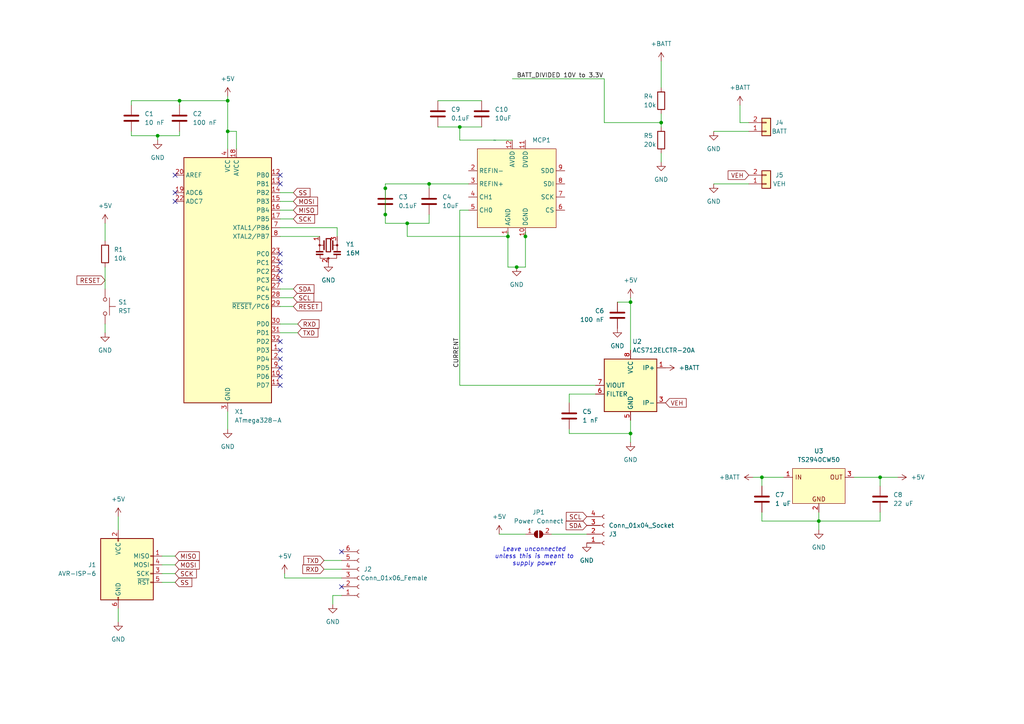
<source format=kicad_sch>
(kicad_sch (version 20230121) (generator eeschema)

  (uuid 4799dcbd-1b9e-4a72-be59-db77c8db3c86)

  (paper "A4")

  (title_block
    (title "Power Monitor")
    (date "2023-06-22")
    (rev "2")
    (company "Cassie Tan")
  )

  (lib_symbols
    (symbol "Connector:AVR-ISP-6" (pin_names (offset 1.016)) (in_bom yes) (on_board yes)
      (property "Reference" "J" (at -6.35 11.43 0)
        (effects (font (size 1.27 1.27)) (justify left))
      )
      (property "Value" "AVR-ISP-6" (at 0 11.43 0)
        (effects (font (size 1.27 1.27)) (justify left))
      )
      (property "Footprint" "" (at -6.35 1.27 90)
        (effects (font (size 1.27 1.27)) hide)
      )
      (property "Datasheet" " ~" (at -32.385 -13.97 0)
        (effects (font (size 1.27 1.27)) hide)
      )
      (property "ki_keywords" "AVR ISP Connector" (at 0 0 0)
        (effects (font (size 1.27 1.27)) hide)
      )
      (property "ki_description" "Atmel 6-pin ISP connector" (at 0 0 0)
        (effects (font (size 1.27 1.27)) hide)
      )
      (property "ki_fp_filters" "IDC?Header*2x03* Pin?Header*2x03*" (at 0 0 0)
        (effects (font (size 1.27 1.27)) hide)
      )
      (symbol "AVR-ISP-6_0_1"
        (rectangle (start -2.667 -6.858) (end -2.413 -7.62)
          (stroke (width 0) (type default))
          (fill (type none))
        )
        (rectangle (start -2.667 10.16) (end -2.413 9.398)
          (stroke (width 0) (type default))
          (fill (type none))
        )
        (rectangle (start 7.62 -2.413) (end 6.858 -2.667)
          (stroke (width 0) (type default))
          (fill (type none))
        )
        (rectangle (start 7.62 0.127) (end 6.858 -0.127)
          (stroke (width 0) (type default))
          (fill (type none))
        )
        (rectangle (start 7.62 2.667) (end 6.858 2.413)
          (stroke (width 0) (type default))
          (fill (type none))
        )
        (rectangle (start 7.62 5.207) (end 6.858 4.953)
          (stroke (width 0) (type default))
          (fill (type none))
        )
        (rectangle (start 7.62 10.16) (end -7.62 -7.62)
          (stroke (width 0.254) (type default))
          (fill (type background))
        )
      )
      (symbol "AVR-ISP-6_1_1"
        (pin passive line (at 10.16 5.08 180) (length 2.54)
          (name "MISO" (effects (font (size 1.27 1.27))))
          (number "1" (effects (font (size 1.27 1.27))))
        )
        (pin passive line (at -2.54 12.7 270) (length 2.54)
          (name "VCC" (effects (font (size 1.27 1.27))))
          (number "2" (effects (font (size 1.27 1.27))))
        )
        (pin passive line (at 10.16 0 180) (length 2.54)
          (name "SCK" (effects (font (size 1.27 1.27))))
          (number "3" (effects (font (size 1.27 1.27))))
        )
        (pin passive line (at 10.16 2.54 180) (length 2.54)
          (name "MOSI" (effects (font (size 1.27 1.27))))
          (number "4" (effects (font (size 1.27 1.27))))
        )
        (pin passive line (at 10.16 -2.54 180) (length 2.54)
          (name "~{RST}" (effects (font (size 1.27 1.27))))
          (number "5" (effects (font (size 1.27 1.27))))
        )
        (pin passive line (at -2.54 -10.16 90) (length 2.54)
          (name "GND" (effects (font (size 1.27 1.27))))
          (number "6" (effects (font (size 1.27 1.27))))
        )
      )
    )
    (symbol "Connector:Conn_01x04_Socket" (pin_names (offset 1.016) hide) (in_bom yes) (on_board yes)
      (property "Reference" "J" (at 0 5.08 0)
        (effects (font (size 1.27 1.27)))
      )
      (property "Value" "Conn_01x04_Socket" (at 0 -7.62 0)
        (effects (font (size 1.27 1.27)))
      )
      (property "Footprint" "" (at 0 0 0)
        (effects (font (size 1.27 1.27)) hide)
      )
      (property "Datasheet" "~" (at 0 0 0)
        (effects (font (size 1.27 1.27)) hide)
      )
      (property "ki_locked" "" (at 0 0 0)
        (effects (font (size 1.27 1.27)))
      )
      (property "ki_keywords" "connector" (at 0 0 0)
        (effects (font (size 1.27 1.27)) hide)
      )
      (property "ki_description" "Generic connector, single row, 01x04, script generated" (at 0 0 0)
        (effects (font (size 1.27 1.27)) hide)
      )
      (property "ki_fp_filters" "Connector*:*_1x??_*" (at 0 0 0)
        (effects (font (size 1.27 1.27)) hide)
      )
      (symbol "Conn_01x04_Socket_1_1"
        (arc (start 0 -4.572) (mid -0.5058 -5.08) (end 0 -5.588)
          (stroke (width 0.1524) (type default))
          (fill (type none))
        )
        (arc (start 0 -2.032) (mid -0.5058 -2.54) (end 0 -3.048)
          (stroke (width 0.1524) (type default))
          (fill (type none))
        )
        (polyline
          (pts
            (xy -1.27 -5.08)
            (xy -0.508 -5.08)
          )
          (stroke (width 0.1524) (type default))
          (fill (type none))
        )
        (polyline
          (pts
            (xy -1.27 -2.54)
            (xy -0.508 -2.54)
          )
          (stroke (width 0.1524) (type default))
          (fill (type none))
        )
        (polyline
          (pts
            (xy -1.27 0)
            (xy -0.508 0)
          )
          (stroke (width 0.1524) (type default))
          (fill (type none))
        )
        (polyline
          (pts
            (xy -1.27 2.54)
            (xy -0.508 2.54)
          )
          (stroke (width 0.1524) (type default))
          (fill (type none))
        )
        (arc (start 0 0.508) (mid -0.5058 0) (end 0 -0.508)
          (stroke (width 0.1524) (type default))
          (fill (type none))
        )
        (arc (start 0 3.048) (mid -0.5058 2.54) (end 0 2.032)
          (stroke (width 0.1524) (type default))
          (fill (type none))
        )
        (pin passive line (at -5.08 2.54 0) (length 3.81)
          (name "Pin_1" (effects (font (size 1.27 1.27))))
          (number "1" (effects (font (size 1.27 1.27))))
        )
        (pin passive line (at -5.08 0 0) (length 3.81)
          (name "Pin_2" (effects (font (size 1.27 1.27))))
          (number "2" (effects (font (size 1.27 1.27))))
        )
        (pin passive line (at -5.08 -2.54 0) (length 3.81)
          (name "Pin_3" (effects (font (size 1.27 1.27))))
          (number "3" (effects (font (size 1.27 1.27))))
        )
        (pin passive line (at -5.08 -5.08 0) (length 3.81)
          (name "Pin_4" (effects (font (size 1.27 1.27))))
          (number "4" (effects (font (size 1.27 1.27))))
        )
      )
    )
    (symbol "Connector:Conn_01x06_Female" (pin_names (offset 1.016) hide) (in_bom yes) (on_board yes)
      (property "Reference" "J" (at 0 7.62 0)
        (effects (font (size 1.27 1.27)))
      )
      (property "Value" "Conn_01x06_Female" (at 0 -10.16 0)
        (effects (font (size 1.27 1.27)))
      )
      (property "Footprint" "" (at 0 0 0)
        (effects (font (size 1.27 1.27)) hide)
      )
      (property "Datasheet" "~" (at 0 0 0)
        (effects (font (size 1.27 1.27)) hide)
      )
      (property "ki_keywords" "connector" (at 0 0 0)
        (effects (font (size 1.27 1.27)) hide)
      )
      (property "ki_description" "Generic connector, single row, 01x06, script generated (kicad-library-utils/schlib/autogen/connector/)" (at 0 0 0)
        (effects (font (size 1.27 1.27)) hide)
      )
      (property "ki_fp_filters" "Connector*:*_1x??_*" (at 0 0 0)
        (effects (font (size 1.27 1.27)) hide)
      )
      (symbol "Conn_01x06_Female_1_1"
        (arc (start 0 -7.112) (mid -0.5058 -7.62) (end 0 -8.128)
          (stroke (width 0.1524) (type default))
          (fill (type none))
        )
        (arc (start 0 -4.572) (mid -0.5058 -5.08) (end 0 -5.588)
          (stroke (width 0.1524) (type default))
          (fill (type none))
        )
        (arc (start 0 -2.032) (mid -0.5058 -2.54) (end 0 -3.048)
          (stroke (width 0.1524) (type default))
          (fill (type none))
        )
        (polyline
          (pts
            (xy -1.27 -7.62)
            (xy -0.508 -7.62)
          )
          (stroke (width 0.1524) (type default))
          (fill (type none))
        )
        (polyline
          (pts
            (xy -1.27 -5.08)
            (xy -0.508 -5.08)
          )
          (stroke (width 0.1524) (type default))
          (fill (type none))
        )
        (polyline
          (pts
            (xy -1.27 -2.54)
            (xy -0.508 -2.54)
          )
          (stroke (width 0.1524) (type default))
          (fill (type none))
        )
        (polyline
          (pts
            (xy -1.27 0)
            (xy -0.508 0)
          )
          (stroke (width 0.1524) (type default))
          (fill (type none))
        )
        (polyline
          (pts
            (xy -1.27 2.54)
            (xy -0.508 2.54)
          )
          (stroke (width 0.1524) (type default))
          (fill (type none))
        )
        (polyline
          (pts
            (xy -1.27 5.08)
            (xy -0.508 5.08)
          )
          (stroke (width 0.1524) (type default))
          (fill (type none))
        )
        (arc (start 0 0.508) (mid -0.5058 0) (end 0 -0.508)
          (stroke (width 0.1524) (type default))
          (fill (type none))
        )
        (arc (start 0 3.048) (mid -0.5058 2.54) (end 0 2.032)
          (stroke (width 0.1524) (type default))
          (fill (type none))
        )
        (arc (start 0 5.588) (mid -0.5058 5.08) (end 0 4.572)
          (stroke (width 0.1524) (type default))
          (fill (type none))
        )
        (pin passive line (at -5.08 5.08 0) (length 3.81)
          (name "Pin_1" (effects (font (size 1.27 1.27))))
          (number "1" (effects (font (size 1.27 1.27))))
        )
        (pin passive line (at -5.08 2.54 0) (length 3.81)
          (name "Pin_2" (effects (font (size 1.27 1.27))))
          (number "2" (effects (font (size 1.27 1.27))))
        )
        (pin passive line (at -5.08 0 0) (length 3.81)
          (name "Pin_3" (effects (font (size 1.27 1.27))))
          (number "3" (effects (font (size 1.27 1.27))))
        )
        (pin passive line (at -5.08 -2.54 0) (length 3.81)
          (name "Pin_4" (effects (font (size 1.27 1.27))))
          (number "4" (effects (font (size 1.27 1.27))))
        )
        (pin passive line (at -5.08 -5.08 0) (length 3.81)
          (name "Pin_5" (effects (font (size 1.27 1.27))))
          (number "5" (effects (font (size 1.27 1.27))))
        )
        (pin passive line (at -5.08 -7.62 0) (length 3.81)
          (name "Pin_6" (effects (font (size 1.27 1.27))))
          (number "6" (effects (font (size 1.27 1.27))))
        )
      )
    )
    (symbol "Connector_Generic:Conn_01x02" (pin_names (offset 1.016) hide) (in_bom yes) (on_board yes)
      (property "Reference" "J" (at 0 2.54 0)
        (effects (font (size 1.27 1.27)))
      )
      (property "Value" "Conn_01x02" (at 0 -5.08 0)
        (effects (font (size 1.27 1.27)))
      )
      (property "Footprint" "" (at 0 0 0)
        (effects (font (size 1.27 1.27)) hide)
      )
      (property "Datasheet" "~" (at 0 0 0)
        (effects (font (size 1.27 1.27)) hide)
      )
      (property "ki_keywords" "connector" (at 0 0 0)
        (effects (font (size 1.27 1.27)) hide)
      )
      (property "ki_description" "Generic connector, single row, 01x02, script generated (kicad-library-utils/schlib/autogen/connector/)" (at 0 0 0)
        (effects (font (size 1.27 1.27)) hide)
      )
      (property "ki_fp_filters" "Connector*:*_1x??_*" (at 0 0 0)
        (effects (font (size 1.27 1.27)) hide)
      )
      (symbol "Conn_01x02_1_1"
        (rectangle (start -1.27 -2.413) (end 0 -2.667)
          (stroke (width 0.1524) (type default))
          (fill (type none))
        )
        (rectangle (start -1.27 0.127) (end 0 -0.127)
          (stroke (width 0.1524) (type default))
          (fill (type none))
        )
        (rectangle (start -1.27 1.27) (end 1.27 -3.81)
          (stroke (width 0.254) (type default))
          (fill (type background))
        )
        (pin passive line (at -5.08 0 0) (length 3.81)
          (name "Pin_1" (effects (font (size 1.27 1.27))))
          (number "1" (effects (font (size 1.27 1.27))))
        )
        (pin passive line (at -5.08 -2.54 0) (length 3.81)
          (name "Pin_2" (effects (font (size 1.27 1.27))))
          (number "2" (effects (font (size 1.27 1.27))))
        )
      )
    )
    (symbol "Device:C" (pin_numbers hide) (pin_names (offset 0.254)) (in_bom yes) (on_board yes)
      (property "Reference" "C" (at 0.635 2.54 0)
        (effects (font (size 1.27 1.27)) (justify left))
      )
      (property "Value" "C" (at 0.635 -2.54 0)
        (effects (font (size 1.27 1.27)) (justify left))
      )
      (property "Footprint" "" (at 0.9652 -3.81 0)
        (effects (font (size 1.27 1.27)) hide)
      )
      (property "Datasheet" "~" (at 0 0 0)
        (effects (font (size 1.27 1.27)) hide)
      )
      (property "ki_keywords" "cap capacitor" (at 0 0 0)
        (effects (font (size 1.27 1.27)) hide)
      )
      (property "ki_description" "Unpolarized capacitor" (at 0 0 0)
        (effects (font (size 1.27 1.27)) hide)
      )
      (property "ki_fp_filters" "C_*" (at 0 0 0)
        (effects (font (size 1.27 1.27)) hide)
      )
      (symbol "C_0_1"
        (polyline
          (pts
            (xy -2.032 -0.762)
            (xy 2.032 -0.762)
          )
          (stroke (width 0.508) (type default))
          (fill (type none))
        )
        (polyline
          (pts
            (xy -2.032 0.762)
            (xy 2.032 0.762)
          )
          (stroke (width 0.508) (type default))
          (fill (type none))
        )
      )
      (symbol "C_1_1"
        (pin passive line (at 0 3.81 270) (length 2.794)
          (name "~" (effects (font (size 1.27 1.27))))
          (number "1" (effects (font (size 1.27 1.27))))
        )
        (pin passive line (at 0 -3.81 90) (length 2.794)
          (name "~" (effects (font (size 1.27 1.27))))
          (number "2" (effects (font (size 1.27 1.27))))
        )
      )
    )
    (symbol "Device:R" (pin_numbers hide) (pin_names (offset 0)) (in_bom yes) (on_board yes)
      (property "Reference" "R" (at 2.032 0 90)
        (effects (font (size 1.27 1.27)))
      )
      (property "Value" "R" (at 0 0 90)
        (effects (font (size 1.27 1.27)))
      )
      (property "Footprint" "" (at -1.778 0 90)
        (effects (font (size 1.27 1.27)) hide)
      )
      (property "Datasheet" "~" (at 0 0 0)
        (effects (font (size 1.27 1.27)) hide)
      )
      (property "ki_keywords" "R res resistor" (at 0 0 0)
        (effects (font (size 1.27 1.27)) hide)
      )
      (property "ki_description" "Resistor" (at 0 0 0)
        (effects (font (size 1.27 1.27)) hide)
      )
      (property "ki_fp_filters" "R_*" (at 0 0 0)
        (effects (font (size 1.27 1.27)) hide)
      )
      (symbol "R_0_1"
        (rectangle (start -1.016 -2.54) (end 1.016 2.54)
          (stroke (width 0.254) (type default))
          (fill (type none))
        )
      )
      (symbol "R_1_1"
        (pin passive line (at 0 3.81 270) (length 1.27)
          (name "~" (effects (font (size 1.27 1.27))))
          (number "1" (effects (font (size 1.27 1.27))))
        )
        (pin passive line (at 0 -3.81 90) (length 1.27)
          (name "~" (effects (font (size 1.27 1.27))))
          (number "2" (effects (font (size 1.27 1.27))))
        )
      )
    )
    (symbol "Device:Resonator_Small" (pin_names (offset 1.016) hide) (in_bom yes) (on_board yes)
      (property "Reference" "Y" (at 3.175 1.905 0)
        (effects (font (size 1.27 1.27)) (justify left))
      )
      (property "Value" "Resonator_Small" (at 3.175 0 0)
        (effects (font (size 1.27 1.27)) (justify left))
      )
      (property "Footprint" "" (at -0.635 0 0)
        (effects (font (size 1.27 1.27)) hide)
      )
      (property "Datasheet" "~" (at -0.635 0 0)
        (effects (font (size 1.27 1.27)) hide)
      )
      (property "ki_keywords" "ceramic resonator" (at 0 0 0)
        (effects (font (size 1.27 1.27)) hide)
      )
      (property "ki_description" "Three pin ceramic resonator, small symbol" (at 0 0 0)
        (effects (font (size 1.27 1.27)) hide)
      )
      (property "ki_fp_filters" "Filter* Resonator*" (at 0 0 0)
        (effects (font (size 1.27 1.27)) hide)
      )
      (symbol "Resonator_Small_0_1"
        (rectangle (start -3.556 -2.54) (end -1.524 -2.794)
          (stroke (width 0) (type default))
          (fill (type outline))
        )
        (rectangle (start -3.556 -1.778) (end -1.524 -2.032)
          (stroke (width 0) (type default))
          (fill (type outline))
        )
        (circle (center -2.54 0) (radius 0.254)
          (stroke (width 0) (type default))
          (fill (type outline))
        )
        (rectangle (start -0.635 1.905) (end 0.635 -1.905)
          (stroke (width 0.3048) (type default))
          (fill (type none))
        )
        (circle (center 0 -3.81) (radius 0.254)
          (stroke (width 0) (type default))
          (fill (type outline))
        )
        (polyline
          (pts
            (xy -2.54 -1.778)
            (xy -2.54 0)
          )
          (stroke (width 0) (type default))
          (fill (type none))
        )
        (polyline
          (pts
            (xy -2.54 0)
            (xy -1.397 0)
          )
          (stroke (width 0) (type default))
          (fill (type none))
        )
        (polyline
          (pts
            (xy -2.54 1.27)
            (xy -2.54 0)
          )
          (stroke (width 0) (type default))
          (fill (type none))
        )
        (polyline
          (pts
            (xy -1.27 -1.27)
            (xy -1.27 1.27)
          )
          (stroke (width 0.381) (type default))
          (fill (type none))
        )
        (polyline
          (pts
            (xy 1.27 -1.27)
            (xy 1.27 1.27)
          )
          (stroke (width 0.381) (type default))
          (fill (type none))
        )
        (polyline
          (pts
            (xy 1.27 0)
            (xy 2.54 0)
          )
          (stroke (width 0) (type default))
          (fill (type none))
        )
        (polyline
          (pts
            (xy 2.54 0)
            (xy 2.54 -1.778)
          )
          (stroke (width 0) (type default))
          (fill (type none))
        )
        (polyline
          (pts
            (xy 2.54 1.27)
            (xy 2.54 0)
          )
          (stroke (width 0) (type default))
          (fill (type none))
        )
        (polyline
          (pts
            (xy 2.413 -2.794)
            (xy 2.413 -3.81)
            (xy -2.413 -3.81)
            (xy -2.413 -2.667)
          )
          (stroke (width 0) (type default))
          (fill (type none))
        )
        (rectangle (start 1.524 -2.54) (end 3.556 -2.794)
          (stroke (width 0) (type default))
          (fill (type outline))
        )
        (rectangle (start 1.524 -1.778) (end 3.556 -2.032)
          (stroke (width 0) (type default))
          (fill (type outline))
        )
        (circle (center 2.54 0) (radius 0.254)
          (stroke (width 0) (type default))
          (fill (type outline))
        )
      )
      (symbol "Resonator_Small_1_1"
        (pin passive line (at -2.54 2.54 270) (length 1.27)
          (name "1" (effects (font (size 1.27 1.27))))
          (number "1" (effects (font (size 1.27 1.27))))
        )
        (pin passive line (at 0 -5.08 90) (length 1.27)
          (name "2" (effects (font (size 1.27 1.27))))
          (number "2" (effects (font (size 1.27 1.27))))
        )
        (pin passive line (at 2.54 2.54 270) (length 1.27)
          (name "3" (effects (font (size 1.27 1.27))))
          (number "3" (effects (font (size 1.27 1.27))))
        )
      )
    )
    (symbol "Jumper:SolderJumper_2_Open" (pin_names (offset 0) hide) (in_bom yes) (on_board yes)
      (property "Reference" "JP" (at 0 2.032 0)
        (effects (font (size 1.27 1.27)))
      )
      (property "Value" "SolderJumper_2_Open" (at 0 -2.54 0)
        (effects (font (size 1.27 1.27)))
      )
      (property "Footprint" "" (at 0 0 0)
        (effects (font (size 1.27 1.27)) hide)
      )
      (property "Datasheet" "~" (at 0 0 0)
        (effects (font (size 1.27 1.27)) hide)
      )
      (property "ki_keywords" "solder jumper SPST" (at 0 0 0)
        (effects (font (size 1.27 1.27)) hide)
      )
      (property "ki_description" "Solder Jumper, 2-pole, open" (at 0 0 0)
        (effects (font (size 1.27 1.27)) hide)
      )
      (property "ki_fp_filters" "SolderJumper*Open*" (at 0 0 0)
        (effects (font (size 1.27 1.27)) hide)
      )
      (symbol "SolderJumper_2_Open_0_1"
        (arc (start -0.254 1.016) (mid -1.2656 0) (end -0.254 -1.016)
          (stroke (width 0) (type default))
          (fill (type none))
        )
        (arc (start -0.254 1.016) (mid -1.2656 0) (end -0.254 -1.016)
          (stroke (width 0) (type default))
          (fill (type outline))
        )
        (polyline
          (pts
            (xy -0.254 1.016)
            (xy -0.254 -1.016)
          )
          (stroke (width 0) (type default))
          (fill (type none))
        )
        (polyline
          (pts
            (xy 0.254 1.016)
            (xy 0.254 -1.016)
          )
          (stroke (width 0) (type default))
          (fill (type none))
        )
        (arc (start 0.254 -1.016) (mid 1.2656 0) (end 0.254 1.016)
          (stroke (width 0) (type default))
          (fill (type none))
        )
        (arc (start 0.254 -1.016) (mid 1.2656 0) (end 0.254 1.016)
          (stroke (width 0) (type default))
          (fill (type outline))
        )
      )
      (symbol "SolderJumper_2_Open_1_1"
        (pin passive line (at -3.81 0 0) (length 2.54)
          (name "A" (effects (font (size 1.27 1.27))))
          (number "1" (effects (font (size 1.27 1.27))))
        )
        (pin passive line (at 3.81 0 180) (length 2.54)
          (name "B" (effects (font (size 1.27 1.27))))
          (number "2" (effects (font (size 1.27 1.27))))
        )
      )
    )
    (symbol "MCU_Microchip_ATmega:ATmega328-A" (in_bom yes) (on_board yes)
      (property "Reference" "U" (at -12.7 36.83 0)
        (effects (font (size 1.27 1.27)) (justify left bottom))
      )
      (property "Value" "ATmega328-A" (at 2.54 -36.83 0)
        (effects (font (size 1.27 1.27)) (justify left top))
      )
      (property "Footprint" "Package_QFP:TQFP-32_7x7mm_P0.8mm" (at 0 0 0)
        (effects (font (size 1.27 1.27) italic) hide)
      )
      (property "Datasheet" "http://ww1.microchip.com/downloads/en/DeviceDoc/ATmega328_P%20AVR%20MCU%20with%20picoPower%20Technology%20Data%20Sheet%2040001984A.pdf" (at 0 0 0)
        (effects (font (size 1.27 1.27)) hide)
      )
      (property "ki_keywords" "AVR 8bit Microcontroller MegaAVR" (at 0 0 0)
        (effects (font (size 1.27 1.27)) hide)
      )
      (property "ki_description" "20MHz, 32kB Flash, 2kB SRAM, 1kB EEPROM, TQFP-32" (at 0 0 0)
        (effects (font (size 1.27 1.27)) hide)
      )
      (property "ki_fp_filters" "TQFP*7x7mm*P0.8mm*" (at 0 0 0)
        (effects (font (size 1.27 1.27)) hide)
      )
      (symbol "ATmega328-A_0_1"
        (rectangle (start -12.7 -35.56) (end 12.7 35.56)
          (stroke (width 0.254) (type default))
          (fill (type background))
        )
      )
      (symbol "ATmega328-A_1_1"
        (pin bidirectional line (at 15.24 -20.32 180) (length 2.54)
          (name "PD3" (effects (font (size 1.27 1.27))))
          (number "1" (effects (font (size 1.27 1.27))))
        )
        (pin bidirectional line (at 15.24 -27.94 180) (length 2.54)
          (name "PD6" (effects (font (size 1.27 1.27))))
          (number "10" (effects (font (size 1.27 1.27))))
        )
        (pin bidirectional line (at 15.24 -30.48 180) (length 2.54)
          (name "PD7" (effects (font (size 1.27 1.27))))
          (number "11" (effects (font (size 1.27 1.27))))
        )
        (pin bidirectional line (at 15.24 30.48 180) (length 2.54)
          (name "PB0" (effects (font (size 1.27 1.27))))
          (number "12" (effects (font (size 1.27 1.27))))
        )
        (pin bidirectional line (at 15.24 27.94 180) (length 2.54)
          (name "PB1" (effects (font (size 1.27 1.27))))
          (number "13" (effects (font (size 1.27 1.27))))
        )
        (pin bidirectional line (at 15.24 25.4 180) (length 2.54)
          (name "PB2" (effects (font (size 1.27 1.27))))
          (number "14" (effects (font (size 1.27 1.27))))
        )
        (pin bidirectional line (at 15.24 22.86 180) (length 2.54)
          (name "PB3" (effects (font (size 1.27 1.27))))
          (number "15" (effects (font (size 1.27 1.27))))
        )
        (pin bidirectional line (at 15.24 20.32 180) (length 2.54)
          (name "PB4" (effects (font (size 1.27 1.27))))
          (number "16" (effects (font (size 1.27 1.27))))
        )
        (pin bidirectional line (at 15.24 17.78 180) (length 2.54)
          (name "PB5" (effects (font (size 1.27 1.27))))
          (number "17" (effects (font (size 1.27 1.27))))
        )
        (pin power_in line (at 2.54 38.1 270) (length 2.54)
          (name "AVCC" (effects (font (size 1.27 1.27))))
          (number "18" (effects (font (size 1.27 1.27))))
        )
        (pin input line (at -15.24 25.4 0) (length 2.54)
          (name "ADC6" (effects (font (size 1.27 1.27))))
          (number "19" (effects (font (size 1.27 1.27))))
        )
        (pin bidirectional line (at 15.24 -22.86 180) (length 2.54)
          (name "PD4" (effects (font (size 1.27 1.27))))
          (number "2" (effects (font (size 1.27 1.27))))
        )
        (pin passive line (at -15.24 30.48 0) (length 2.54)
          (name "AREF" (effects (font (size 1.27 1.27))))
          (number "20" (effects (font (size 1.27 1.27))))
        )
        (pin passive line (at 0 -38.1 90) (length 2.54) hide
          (name "GND" (effects (font (size 1.27 1.27))))
          (number "21" (effects (font (size 1.27 1.27))))
        )
        (pin input line (at -15.24 22.86 0) (length 2.54)
          (name "ADC7" (effects (font (size 1.27 1.27))))
          (number "22" (effects (font (size 1.27 1.27))))
        )
        (pin bidirectional line (at 15.24 7.62 180) (length 2.54)
          (name "PC0" (effects (font (size 1.27 1.27))))
          (number "23" (effects (font (size 1.27 1.27))))
        )
        (pin bidirectional line (at 15.24 5.08 180) (length 2.54)
          (name "PC1" (effects (font (size 1.27 1.27))))
          (number "24" (effects (font (size 1.27 1.27))))
        )
        (pin bidirectional line (at 15.24 2.54 180) (length 2.54)
          (name "PC2" (effects (font (size 1.27 1.27))))
          (number "25" (effects (font (size 1.27 1.27))))
        )
        (pin bidirectional line (at 15.24 0 180) (length 2.54)
          (name "PC3" (effects (font (size 1.27 1.27))))
          (number "26" (effects (font (size 1.27 1.27))))
        )
        (pin bidirectional line (at 15.24 -2.54 180) (length 2.54)
          (name "PC4" (effects (font (size 1.27 1.27))))
          (number "27" (effects (font (size 1.27 1.27))))
        )
        (pin bidirectional line (at 15.24 -5.08 180) (length 2.54)
          (name "PC5" (effects (font (size 1.27 1.27))))
          (number "28" (effects (font (size 1.27 1.27))))
        )
        (pin bidirectional line (at 15.24 -7.62 180) (length 2.54)
          (name "~{RESET}/PC6" (effects (font (size 1.27 1.27))))
          (number "29" (effects (font (size 1.27 1.27))))
        )
        (pin power_in line (at 0 -38.1 90) (length 2.54)
          (name "GND" (effects (font (size 1.27 1.27))))
          (number "3" (effects (font (size 1.27 1.27))))
        )
        (pin bidirectional line (at 15.24 -12.7 180) (length 2.54)
          (name "PD0" (effects (font (size 1.27 1.27))))
          (number "30" (effects (font (size 1.27 1.27))))
        )
        (pin bidirectional line (at 15.24 -15.24 180) (length 2.54)
          (name "PD1" (effects (font (size 1.27 1.27))))
          (number "31" (effects (font (size 1.27 1.27))))
        )
        (pin bidirectional line (at 15.24 -17.78 180) (length 2.54)
          (name "PD2" (effects (font (size 1.27 1.27))))
          (number "32" (effects (font (size 1.27 1.27))))
        )
        (pin power_in line (at 0 38.1 270) (length 2.54)
          (name "VCC" (effects (font (size 1.27 1.27))))
          (number "4" (effects (font (size 1.27 1.27))))
        )
        (pin passive line (at 0 -38.1 90) (length 2.54) hide
          (name "GND" (effects (font (size 1.27 1.27))))
          (number "5" (effects (font (size 1.27 1.27))))
        )
        (pin passive line (at 0 38.1 270) (length 2.54) hide
          (name "VCC" (effects (font (size 1.27 1.27))))
          (number "6" (effects (font (size 1.27 1.27))))
        )
        (pin bidirectional line (at 15.24 15.24 180) (length 2.54)
          (name "XTAL1/PB6" (effects (font (size 1.27 1.27))))
          (number "7" (effects (font (size 1.27 1.27))))
        )
        (pin bidirectional line (at 15.24 12.7 180) (length 2.54)
          (name "XTAL2/PB7" (effects (font (size 1.27 1.27))))
          (number "8" (effects (font (size 1.27 1.27))))
        )
        (pin bidirectional line (at 15.24 -25.4 180) (length 2.54)
          (name "PD5" (effects (font (size 1.27 1.27))))
          (number "9" (effects (font (size 1.27 1.27))))
        )
      )
    )
    (symbol "Sensor Customs:MCP3465" (in_bom yes) (on_board yes)
      (property "Reference" "MCP3465" (at 0 -2.54 0)
        (effects (font (size 1.27 1.27)))
      )
      (property "Value" "" (at -6.35 13.97 0)
        (effects (font (size 1.27 1.27)))
      )
      (property "Footprint" "" (at -6.35 13.97 0)
        (effects (font (size 1.27 1.27)) hide)
      )
      (property "Datasheet" "" (at -6.35 13.97 0)
        (effects (font (size 1.27 1.27)) hide)
      )
      (symbol "MCP3465_1_1"
        (rectangle (start -11.43 11.43) (end 11.43 -11.43)
          (stroke (width 0) (type default))
          (fill (type background))
        )
        (pin power_in line (at -2.54 -13.97 90) (length 2.54)
          (name "AGND" (effects (font (size 1.27 1.27))))
          (number "1" (effects (font (size 1.27 1.27))))
        )
        (pin power_in line (at 2.54 -13.97 90) (length 2.54)
          (name "DGND" (effects (font (size 1.27 1.27))))
          (number "10" (effects (font (size 1.27 1.27))))
        )
        (pin power_in line (at 2.54 13.97 270) (length 2.54)
          (name "DVDD" (effects (font (size 1.27 1.27))))
          (number "11" (effects (font (size 1.27 1.27))))
        )
        (pin power_in line (at -1.27 13.97 270) (length 2.54)
          (name "AVDD" (effects (font (size 1.27 1.27))))
          (number "12" (effects (font (size 1.27 1.27))))
        )
        (pin input line (at -13.97 5.08 0) (length 2.54)
          (name "REFIN-" (effects (font (size 1.27 1.27))))
          (number "2" (effects (font (size 1.27 1.27))))
        )
        (pin input line (at -13.97 1.27 0) (length 2.54)
          (name "REFIN+" (effects (font (size 1.27 1.27))))
          (number "3" (effects (font (size 1.27 1.27))))
        )
        (pin input line (at -13.97 -2.54 0) (length 2.54)
          (name "CH1" (effects (font (size 1.27 1.27))))
          (number "4" (effects (font (size 1.27 1.27))))
        )
        (pin input line (at -13.97 -6.35 0) (length 2.54)
          (name "CH0" (effects (font (size 1.27 1.27))))
          (number "5" (effects (font (size 1.27 1.27))))
        )
        (pin input line (at 13.97 -6.35 180) (length 2.54)
          (name "CS" (effects (font (size 1.27 1.27))))
          (number "6" (effects (font (size 1.27 1.27))))
        )
        (pin bidirectional line (at 13.97 -2.54 180) (length 2.54)
          (name "SCK" (effects (font (size 1.27 1.27))))
          (number "7" (effects (font (size 1.27 1.27))))
        )
        (pin input line (at 13.97 1.27 180) (length 2.54)
          (name "SDI" (effects (font (size 1.27 1.27))))
          (number "8" (effects (font (size 1.27 1.27))))
        )
        (pin output line (at 13.97 5.08 180) (length 2.54)
          (name "SDO" (effects (font (size 1.27 1.27))))
          (number "9" (effects (font (size 1.27 1.27))))
        )
      )
    )
    (symbol "Sensor_Current:ACS712xLCTR-20A" (in_bom yes) (on_board yes)
      (property "Reference" "U" (at 2.54 11.43 0)
        (effects (font (size 1.27 1.27)) (justify left))
      )
      (property "Value" "ACS712xLCTR-20A" (at 2.54 8.89 0)
        (effects (font (size 1.27 1.27)) (justify left))
      )
      (property "Footprint" "Package_SO:SOIC-8_3.9x4.9mm_P1.27mm" (at 2.54 -8.89 0)
        (effects (font (size 1.27 1.27) italic) (justify left) hide)
      )
      (property "Datasheet" "http://www.allegromicro.com/~/media/Files/Datasheets/ACS712-Datasheet.ashx?la=en" (at 0 0 0)
        (effects (font (size 1.27 1.27)) hide)
      )
      (property "ki_keywords" "hall effect current monitor sensor isolated" (at 0 0 0)
        (effects (font (size 1.27 1.27)) hide)
      )
      (property "ki_description" "±20A Bidirectional Hall-Effect Current Sensor, +5.0V supply, 100mV/A, SOIC-8" (at 0 0 0)
        (effects (font (size 1.27 1.27)) hide)
      )
      (property "ki_fp_filters" "SOIC*3.9x4.9m*P1.27mm*" (at 0 0 0)
        (effects (font (size 1.27 1.27)) hide)
      )
      (symbol "ACS712xLCTR-20A_0_1"
        (rectangle (start -7.62 7.62) (end 7.62 -7.62)
          (stroke (width 0.254) (type default))
          (fill (type background))
        )
      )
      (symbol "ACS712xLCTR-20A_1_1"
        (pin passive line (at -10.16 5.08 0) (length 2.54)
          (name "IP+" (effects (font (size 1.27 1.27))))
          (number "1" (effects (font (size 1.27 1.27))))
        )
        (pin passive line (at -10.16 5.08 0) (length 2.54) hide
          (name "IP+" (effects (font (size 1.27 1.27))))
          (number "2" (effects (font (size 1.27 1.27))))
        )
        (pin passive line (at -10.16 -5.08 0) (length 2.54)
          (name "IP-" (effects (font (size 1.27 1.27))))
          (number "3" (effects (font (size 1.27 1.27))))
        )
        (pin passive line (at -10.16 -5.08 0) (length 2.54) hide
          (name "IP-" (effects (font (size 1.27 1.27))))
          (number "4" (effects (font (size 1.27 1.27))))
        )
        (pin power_in line (at 0 -10.16 90) (length 2.54)
          (name "GND" (effects (font (size 1.27 1.27))))
          (number "5" (effects (font (size 1.27 1.27))))
        )
        (pin passive line (at 10.16 -2.54 180) (length 2.54)
          (name "FILTER" (effects (font (size 1.27 1.27))))
          (number "6" (effects (font (size 1.27 1.27))))
        )
        (pin output line (at 10.16 0 180) (length 2.54)
          (name "VIOUT" (effects (font (size 1.27 1.27))))
          (number "7" (effects (font (size 1.27 1.27))))
        )
        (pin power_in line (at 0 10.16 270) (length 2.54)
          (name "VCC" (effects (font (size 1.27 1.27))))
          (number "8" (effects (font (size 1.27 1.27))))
        )
      )
    )
    (symbol "Switch:SW_Push" (pin_numbers hide) (pin_names (offset 1.016) hide) (in_bom yes) (on_board yes)
      (property "Reference" "SW" (at 1.27 2.54 0)
        (effects (font (size 1.27 1.27)) (justify left))
      )
      (property "Value" "SW_Push" (at 0 -1.524 0)
        (effects (font (size 1.27 1.27)))
      )
      (property "Footprint" "" (at 0 5.08 0)
        (effects (font (size 1.27 1.27)) hide)
      )
      (property "Datasheet" "~" (at 0 5.08 0)
        (effects (font (size 1.27 1.27)) hide)
      )
      (property "ki_keywords" "switch normally-open pushbutton push-button" (at 0 0 0)
        (effects (font (size 1.27 1.27)) hide)
      )
      (property "ki_description" "Push button switch, generic, two pins" (at 0 0 0)
        (effects (font (size 1.27 1.27)) hide)
      )
      (symbol "SW_Push_0_1"
        (circle (center -2.032 0) (radius 0.508)
          (stroke (width 0) (type default))
          (fill (type none))
        )
        (polyline
          (pts
            (xy 0 1.27)
            (xy 0 3.048)
          )
          (stroke (width 0) (type default))
          (fill (type none))
        )
        (polyline
          (pts
            (xy 2.54 1.27)
            (xy -2.54 1.27)
          )
          (stroke (width 0) (type default))
          (fill (type none))
        )
        (circle (center 2.032 0) (radius 0.508)
          (stroke (width 0) (type default))
          (fill (type none))
        )
        (pin passive line (at -5.08 0 0) (length 2.54)
          (name "1" (effects (font (size 1.27 1.27))))
          (number "1" (effects (font (size 1.27 1.27))))
        )
        (pin passive line (at 5.08 0 180) (length 2.54)
          (name "2" (effects (font (size 1.27 1.27))))
          (number "2" (effects (font (size 1.27 1.27))))
        )
      )
    )
    (symbol "TS2940CW50:TS2940CW50" (in_bom yes) (on_board yes)
      (property "Reference" "U" (at 0 8.89 0)
        (effects (font (size 1.27 1.27)))
      )
      (property "Value" "TS2940CW50" (at 0 1.27 0)
        (effects (font (size 1.27 1.27)))
      )
      (property "Footprint" "Package_TO_SOT_SMD:SOT-223-3_TabPin2" (at 0 -6.35 0)
        (effects (font (size 1.27 1.27)) hide)
      )
      (property "Datasheet" "https://www.taiwansemi.com/assets/uploads/datasheet/TS2940_D15.pdf" (at 0 -8.89 0)
        (effects (font (size 1.27 1.27)) hide)
      )
      (property "ki_description" "5V Linear regulator" (at 0 0 0)
        (effects (font (size 1.27 1.27)) hide)
      )
      (symbol "TS2940CW50_0_0"
        (text "GND" (at 0 -1.27 0)
          (effects (font (size 1.27 1.27)))
        )
        (text "IN" (at -5.9 5.08 0)
          (effects (font (size 1.27 1.27)))
        )
        (text "OUT" (at 5.08 5.08 0)
          (effects (font (size 1.27 1.27)))
        )
      )
      (symbol "TS2940CW50_1_1"
        (rectangle (start -7.62 7.62) (end 7.62 -2.54)
          (stroke (width 0) (type default))
          (fill (type background))
        )
        (pin power_in line (at -10.16 5.08 0) (length 2.54)
          (name "" (effects (font (size 1.27 1.27))))
          (number "1" (effects (font (size 1.27 1.27))))
        )
        (pin power_in line (at 0 -5.08 90) (length 2.54)
          (name "" (effects (font (size 1.27 1.27))))
          (number "2" (effects (font (size 1.27 1.27))))
        )
        (pin power_out line (at 10.16 5.08 180) (length 2.54)
          (name "" (effects (font (size 1.27 1.27))))
          (number "3" (effects (font (size 1.27 1.27))))
        )
      )
    )
    (symbol "power:+5V" (power) (pin_names (offset 0)) (in_bom yes) (on_board yes)
      (property "Reference" "#PWR" (at 0 -3.81 0)
        (effects (font (size 1.27 1.27)) hide)
      )
      (property "Value" "+5V" (at 0 3.556 0)
        (effects (font (size 1.27 1.27)))
      )
      (property "Footprint" "" (at 0 0 0)
        (effects (font (size 1.27 1.27)) hide)
      )
      (property "Datasheet" "" (at 0 0 0)
        (effects (font (size 1.27 1.27)) hide)
      )
      (property "ki_keywords" "global power" (at 0 0 0)
        (effects (font (size 1.27 1.27)) hide)
      )
      (property "ki_description" "Power symbol creates a global label with name \"+5V\"" (at 0 0 0)
        (effects (font (size 1.27 1.27)) hide)
      )
      (symbol "+5V_0_1"
        (polyline
          (pts
            (xy -0.762 1.27)
            (xy 0 2.54)
          )
          (stroke (width 0) (type default))
          (fill (type none))
        )
        (polyline
          (pts
            (xy 0 0)
            (xy 0 2.54)
          )
          (stroke (width 0) (type default))
          (fill (type none))
        )
        (polyline
          (pts
            (xy 0 2.54)
            (xy 0.762 1.27)
          )
          (stroke (width 0) (type default))
          (fill (type none))
        )
      )
      (symbol "+5V_1_1"
        (pin power_in line (at 0 0 90) (length 0) hide
          (name "+5V" (effects (font (size 1.27 1.27))))
          (number "1" (effects (font (size 1.27 1.27))))
        )
      )
    )
    (symbol "power:+BATT" (power) (pin_names (offset 0)) (in_bom yes) (on_board yes)
      (property "Reference" "#PWR" (at 0 -3.81 0)
        (effects (font (size 1.27 1.27)) hide)
      )
      (property "Value" "+BATT" (at 0 3.556 0)
        (effects (font (size 1.27 1.27)))
      )
      (property "Footprint" "" (at 0 0 0)
        (effects (font (size 1.27 1.27)) hide)
      )
      (property "Datasheet" "" (at 0 0 0)
        (effects (font (size 1.27 1.27)) hide)
      )
      (property "ki_keywords" "global power battery" (at 0 0 0)
        (effects (font (size 1.27 1.27)) hide)
      )
      (property "ki_description" "Power symbol creates a global label with name \"+BATT\"" (at 0 0 0)
        (effects (font (size 1.27 1.27)) hide)
      )
      (symbol "+BATT_0_1"
        (polyline
          (pts
            (xy -0.762 1.27)
            (xy 0 2.54)
          )
          (stroke (width 0) (type default))
          (fill (type none))
        )
        (polyline
          (pts
            (xy 0 0)
            (xy 0 2.54)
          )
          (stroke (width 0) (type default))
          (fill (type none))
        )
        (polyline
          (pts
            (xy 0 2.54)
            (xy 0.762 1.27)
          )
          (stroke (width 0) (type default))
          (fill (type none))
        )
      )
      (symbol "+BATT_1_1"
        (pin power_in line (at 0 0 90) (length 0) hide
          (name "+BATT" (effects (font (size 1.27 1.27))))
          (number "1" (effects (font (size 1.27 1.27))))
        )
      )
    )
    (symbol "power:GND" (power) (pin_names (offset 0)) (in_bom yes) (on_board yes)
      (property "Reference" "#PWR" (at 0 -6.35 0)
        (effects (font (size 1.27 1.27)) hide)
      )
      (property "Value" "GND" (at 0 -3.81 0)
        (effects (font (size 1.27 1.27)))
      )
      (property "Footprint" "" (at 0 0 0)
        (effects (font (size 1.27 1.27)) hide)
      )
      (property "Datasheet" "" (at 0 0 0)
        (effects (font (size 1.27 1.27)) hide)
      )
      (property "ki_keywords" "global power" (at 0 0 0)
        (effects (font (size 1.27 1.27)) hide)
      )
      (property "ki_description" "Power symbol creates a global label with name \"GND\" , ground" (at 0 0 0)
        (effects (font (size 1.27 1.27)) hide)
      )
      (symbol "GND_0_1"
        (polyline
          (pts
            (xy 0 0)
            (xy 0 -1.27)
            (xy 1.27 -1.27)
            (xy 0 -2.54)
            (xy -1.27 -1.27)
            (xy 0 -1.27)
          )
          (stroke (width 0) (type default))
          (fill (type none))
        )
      )
      (symbol "GND_1_1"
        (pin power_in line (at 0 0 270) (length 0) hide
          (name "GND" (effects (font (size 1.27 1.27))))
          (number "1" (effects (font (size 1.27 1.27))))
        )
      )
    )
  )

  (junction (at 111.76 54.61) (diameter 0) (color 0 0 0 0)
    (uuid 004c293c-282e-416e-9ff5-8335ffc1d2c1)
  )
  (junction (at 152.4 68.58) (diameter 0) (color 0 0 0 0)
    (uuid 10667bcb-5cd8-4623-83a7-7ab50ff43769)
  )
  (junction (at 147.32 68.58) (diameter 0) (color 0 0 0 0)
    (uuid 1296906f-02c9-476e-8002-f348c62f1d78)
  )
  (junction (at 111.76 62.23) (diameter 0) (color 0 0 0 0)
    (uuid 136ee4cd-432d-483d-8833-a010a7a18997)
  )
  (junction (at 237.49 151.13) (diameter 0) (color 0 0 0 0)
    (uuid 186fe619-d7c0-455e-9e29-015b927efadd)
  )
  (junction (at 118.11 64.77) (diameter 0) (color 0 0 0 0)
    (uuid 245e23f5-f8cb-4afd-b8f8-3571eb5d15c3)
  )
  (junction (at 133.35 36.83) (diameter 0) (color 0 0 0 0)
    (uuid 2942ba18-f8c9-49c7-97d8-f9a0fe1dbf9e)
  )
  (junction (at 255.27 138.43) (diameter 0) (color 0 0 0 0)
    (uuid 3ff87419-6079-4097-8e77-70779dbdc939)
  )
  (junction (at 66.04 29.21) (diameter 0) (color 0 0 0 0)
    (uuid 60d2a10d-d1e9-4c0a-ac40-d7a366c9d778)
  )
  (junction (at 182.88 125.73) (diameter 0) (color 0 0 0 0)
    (uuid 7ce8bf5b-23c1-482c-9130-070a801b3700)
  )
  (junction (at 52.07 29.21) (diameter 0) (color 0 0 0 0)
    (uuid 95e5532d-ea3b-44ab-b54a-f2910fd340cb)
  )
  (junction (at 191.77 35.56) (diameter 0) (color 0 0 0 0)
    (uuid 9ac01eac-a8e1-47fd-89cd-6f3767bb49e3)
  )
  (junction (at 45.72 39.37) (diameter 0) (color 0 0 0 0)
    (uuid 9db93e1e-cc24-4ab6-8025-9a7b59b6f6f0)
  )
  (junction (at 182.88 87.63) (diameter 0) (color 0 0 0 0)
    (uuid b026d799-9088-4f58-b8e2-5c57f4abe741)
  )
  (junction (at 66.04 38.1) (diameter 0) (color 0 0 0 0)
    (uuid ba5dfb2d-f9b3-4996-83d9-404ebfe7f82e)
  )
  (junction (at 124.46 53.34) (diameter 0) (color 0 0 0 0)
    (uuid c1014942-88bf-4cbc-afbd-0a7d82c665a8)
  )
  (junction (at 149.86 77.47) (diameter 0) (color 0 0 0 0)
    (uuid cb405c89-c024-46f9-94fc-759aff3c8c8d)
  )
  (junction (at 220.98 138.43) (diameter 0) (color 0 0 0 0)
    (uuid e0b15cf3-eba0-447e-b21a-2de9d7c94895)
  )

  (no_connect (at 81.28 109.22) (uuid 1a339b16-c3d3-44b8-b6b9-fa39ff7f4f3e))
  (no_connect (at 50.8 50.8) (uuid 247d8a64-ae94-4175-a7b1-0d48fa59e657))
  (no_connect (at 81.28 78.74) (uuid 360fb8e8-5023-4686-984e-331e43458688))
  (no_connect (at 81.28 73.66) (uuid 4f97676e-77b9-489e-ad39-63653b206ff2))
  (no_connect (at 50.8 55.88) (uuid 62fbb470-9818-4454-b3f3-c3fd67b4cd36))
  (no_connect (at 81.28 76.2) (uuid 698cc2ac-59c8-42ec-bb62-c26a563ef0c9))
  (no_connect (at 81.28 81.28) (uuid 6e7903bb-a24c-49b8-adfa-62523a7660aa))
  (no_connect (at 81.28 101.6) (uuid 79d4d564-5cdf-496d-9727-0668bd82ae3c))
  (no_connect (at 81.28 111.76) (uuid 8351ca16-8fee-473c-8a7f-aeaaee431b0b))
  (no_connect (at 81.28 104.14) (uuid 8d10fe02-af7a-4b0d-ad63-49e322aad6f3))
  (no_connect (at 81.28 53.34) (uuid afed7d37-b2b8-4630-bbb4-a58a540e002e))
  (no_connect (at 81.28 106.68) (uuid bcf4484c-c026-4ec3-87ba-bb62f10ae0c9))
  (no_connect (at 99.06 170.18) (uuid cff4fec5-9d5c-44e9-b590-0cea597aae47))
  (no_connect (at 81.28 50.8) (uuid d1ccaa8c-ca1a-4564-9d43-e072eef538f0))
  (no_connect (at 50.8 58.42) (uuid d7dffde5-1742-445f-9863-d26415e12f34))
  (no_connect (at 81.28 99.06) (uuid e852ac1f-511e-445d-8ada-45f82d613ec0))
  (no_connect (at 99.06 160.02) (uuid e94fe636-afad-420c-ba7c-46c1e63da4bf))

  (wire (pts (xy 255.27 151.13) (xy 237.49 151.13))
    (stroke (width 0) (type default))
    (uuid 069370f3-b476-4994-9ede-f850b06fc6c4)
  )
  (wire (pts (xy 191.77 35.56) (xy 191.77 36.83))
    (stroke (width 0) (type default))
    (uuid 07245f92-ad3d-4082-861f-c6e39bb2338e)
  )
  (wire (pts (xy 52.07 29.21) (xy 66.04 29.21))
    (stroke (width 0) (type default))
    (uuid 073f9224-4ca0-40a2-8249-c344cfe9cf77)
  )
  (wire (pts (xy 191.77 17.78) (xy 191.77 25.4))
    (stroke (width 0) (type default))
    (uuid 09693eea-d273-40d6-ac93-f6fbc6276172)
  )
  (wire (pts (xy 30.48 93.98) (xy 30.48 96.52))
    (stroke (width 0) (type default))
    (uuid 0d0f049d-f99f-4715-a5d1-673c2102b8af)
  )
  (wire (pts (xy 118.11 68.58) (xy 147.32 68.58))
    (stroke (width 0) (type default))
    (uuid 1009b69b-c68b-4a2d-b1da-9b7e486ab901)
  )
  (wire (pts (xy 207.01 38.1) (xy 217.17 38.1))
    (stroke (width 0) (type default))
    (uuid 106accc2-7df9-470e-9ebe-ae08e611fae0)
  )
  (wire (pts (xy 175.26 22.86) (xy 175.26 35.56))
    (stroke (width 0) (type default))
    (uuid 12338df8-c0cc-4351-a351-b76176fec3a3)
  )
  (wire (pts (xy 111.76 64.77) (xy 118.11 64.77))
    (stroke (width 0) (type default))
    (uuid 12b40b94-d7b5-4d00-9826-e825fb6dd507)
  )
  (wire (pts (xy 82.55 167.64) (xy 82.55 166.37))
    (stroke (width 0) (type default))
    (uuid 135c62f7-1120-41fd-868d-a6016077738e)
  )
  (wire (pts (xy 111.76 54.61) (xy 111.76 62.23))
    (stroke (width 0) (type default))
    (uuid 170f9e04-cf5f-4bf0-81f3-3b23899e46d0)
  )
  (wire (pts (xy 81.28 66.04) (xy 97.79 66.04))
    (stroke (width 0) (type default))
    (uuid 1824d31d-bb8a-4e3f-9128-94171ab35a23)
  )
  (wire (pts (xy 172.72 114.3) (xy 165.1 114.3))
    (stroke (width 0) (type default))
    (uuid 1b0a7d41-2046-4b6e-b5d3-1e3041885fbe)
  )
  (wire (pts (xy 182.88 87.63) (xy 182.88 101.6))
    (stroke (width 0) (type default))
    (uuid 1b5456d2-35b7-480c-9ace-093c4adcd7d3)
  )
  (wire (pts (xy 237.49 148.59) (xy 237.49 151.13))
    (stroke (width 0) (type default))
    (uuid 1b6e6618-d036-4b1b-b0a1-190eaa562a94)
  )
  (wire (pts (xy 52.07 38.1) (xy 52.07 39.37))
    (stroke (width 0) (type default))
    (uuid 24df1c79-dbd8-442f-b55b-6e66936524fa)
  )
  (wire (pts (xy 160.02 154.94) (xy 170.18 154.94))
    (stroke (width 0) (type default))
    (uuid 28042cda-07ca-4c07-abda-7cc40931291c)
  )
  (wire (pts (xy 147.32 68.58) (xy 147.32 77.47))
    (stroke (width 0) (type default))
    (uuid 2b9941ff-dd43-4b23-b634-f1cef144542b)
  )
  (wire (pts (xy 66.04 119.38) (xy 66.04 124.46))
    (stroke (width 0) (type default))
    (uuid 2bbdc1f5-3b49-4d05-91f5-3b2069af50b1)
  )
  (wire (pts (xy 81.28 60.96) (xy 85.09 60.96))
    (stroke (width 0) (type default))
    (uuid 2be89ebd-02f8-4ff8-8da6-3a1cfe70d745)
  )
  (wire (pts (xy 81.28 55.88) (xy 85.09 55.88))
    (stroke (width 0) (type default))
    (uuid 2eee7688-7548-43d5-8e58-02bc1db7090c)
  )
  (wire (pts (xy 124.46 53.34) (xy 111.76 53.34))
    (stroke (width 0) (type default))
    (uuid 35dcd7a5-fef2-42f3-bc03-6d5e836f427e)
  )
  (wire (pts (xy 81.28 63.5) (xy 85.09 63.5))
    (stroke (width 0) (type default))
    (uuid 362bea5a-f3fe-4816-8363-11be5254aa2f)
  )
  (wire (pts (xy 30.48 77.47) (xy 30.48 83.82))
    (stroke (width 0) (type default))
    (uuid 394a5d4e-0a55-4f51-8fe8-89f7f7deeebc)
  )
  (wire (pts (xy 81.28 88.9) (xy 85.09 88.9))
    (stroke (width 0) (type default))
    (uuid 3981bbff-f823-458e-b906-bd63e578d443)
  )
  (wire (pts (xy 81.28 68.58) (xy 92.71 68.58))
    (stroke (width 0) (type default))
    (uuid 3bbe789e-a332-4c36-8257-b1875de1d605)
  )
  (wire (pts (xy 147.32 77.47) (xy 149.86 77.47))
    (stroke (width 0) (type default))
    (uuid 4a6ee4b6-d8e7-4c91-9e10-68fb1c2fd0b0)
  )
  (wire (pts (xy 66.04 38.1) (xy 66.04 43.18))
    (stroke (width 0) (type default))
    (uuid 506004b8-9f29-401d-8bd2-60b4554e010b)
  )
  (wire (pts (xy 237.49 151.13) (xy 237.49 153.67))
    (stroke (width 0) (type default))
    (uuid 51612e12-05bb-4564-bf90-13698d66d081)
  )
  (wire (pts (xy 38.1 30.48) (xy 38.1 29.21))
    (stroke (width 0) (type default))
    (uuid 57b10049-1216-4f76-b426-ab484728a4ec)
  )
  (wire (pts (xy 255.27 138.43) (xy 255.27 140.97))
    (stroke (width 0) (type default))
    (uuid 59a49399-2f92-4d52-8748-a3251a1e6803)
  )
  (wire (pts (xy 144.78 154.94) (xy 152.4 154.94))
    (stroke (width 0) (type default))
    (uuid 5a0bda6f-1b86-483a-9e91-58a58274b276)
  )
  (wire (pts (xy 81.28 83.82) (xy 85.09 83.82))
    (stroke (width 0) (type default))
    (uuid 5aafbab1-c9af-4489-adef-c3d0cf198e1f)
  )
  (wire (pts (xy 81.28 96.52) (xy 86.36 96.52))
    (stroke (width 0) (type default))
    (uuid 5b94294a-e57f-4431-a460-40ac3975e132)
  )
  (wire (pts (xy 179.07 87.63) (xy 182.88 87.63))
    (stroke (width 0) (type default))
    (uuid 5d4dfed3-3d41-4e57-9b8c-b2c4a8d6ca1e)
  )
  (wire (pts (xy 220.98 138.43) (xy 227.33 138.43))
    (stroke (width 0) (type default))
    (uuid 5e4c4cf1-454b-452b-9b17-8491ec1823df)
  )
  (wire (pts (xy 182.88 86.36) (xy 182.88 87.63))
    (stroke (width 0) (type default))
    (uuid 607f58f8-d108-452b-957e-fa07602ff2a5)
  )
  (wire (pts (xy 220.98 138.43) (xy 220.98 140.97))
    (stroke (width 0) (type default))
    (uuid 6093ea4f-c91c-423a-ac17-3621454a24cf)
  )
  (wire (pts (xy 111.76 62.23) (xy 111.76 64.77))
    (stroke (width 0) (type default))
    (uuid 65268de1-0ecf-4901-978c-d573870c910b)
  )
  (wire (pts (xy 217.17 35.56) (xy 214.63 35.56))
    (stroke (width 0) (type default))
    (uuid 6fccc553-67a4-4b5b-b025-67ae11cd5fc5)
  )
  (wire (pts (xy 127 29.21) (xy 139.7 29.21))
    (stroke (width 0) (type default))
    (uuid 7253c81f-ed85-46d7-8a0c-485ceb3449e4)
  )
  (wire (pts (xy 118.11 64.77) (xy 124.46 64.77))
    (stroke (width 0) (type default))
    (uuid 7551f9da-068c-40e6-9ea8-43acb8a2d2c6)
  )
  (wire (pts (xy 124.46 53.34) (xy 124.46 54.61))
    (stroke (width 0) (type default))
    (uuid 75ed4fb4-9481-48ae-bab4-64068732f864)
  )
  (wire (pts (xy 81.28 86.36) (xy 85.09 86.36))
    (stroke (width 0) (type default))
    (uuid 7a1d1d92-3202-4674-984d-adc751080bf8)
  )
  (wire (pts (xy 255.27 148.59) (xy 255.27 151.13))
    (stroke (width 0) (type default))
    (uuid 7b4ec72b-35e7-4031-b20b-3cf34f006f06)
  )
  (wire (pts (xy 30.48 64.77) (xy 30.48 69.85))
    (stroke (width 0) (type default))
    (uuid 7bd57df6-89e6-4bce-aaff-2ab4f3a75ba5)
  )
  (wire (pts (xy 68.58 38.1) (xy 66.04 38.1))
    (stroke (width 0) (type default))
    (uuid 7c4cd16e-43c3-426a-92d1-6bf7bd26a909)
  )
  (wire (pts (xy 165.1 125.73) (xy 165.1 124.46))
    (stroke (width 0) (type default))
    (uuid 7db93388-cbf5-46b3-b242-6f7c42c59689)
  )
  (wire (pts (xy 165.1 125.73) (xy 182.88 125.73))
    (stroke (width 0) (type default))
    (uuid 7fe5e523-a419-42c9-8a8d-6c8d04d135d8)
  )
  (wire (pts (xy 191.77 44.45) (xy 191.77 46.99))
    (stroke (width 0) (type default))
    (uuid 8bddda21-c329-4a6f-a0ca-98c2c3d760d0)
  )
  (wire (pts (xy 111.76 53.34) (xy 111.76 54.61))
    (stroke (width 0) (type default))
    (uuid 8d8f1e85-e992-4794-8069-f5adb18229d1)
  )
  (wire (pts (xy 220.98 151.13) (xy 237.49 151.13))
    (stroke (width 0) (type default))
    (uuid 8e24377c-ed2f-4b50-a186-810da49d56bc)
  )
  (wire (pts (xy 175.26 35.56) (xy 191.77 35.56))
    (stroke (width 0) (type default))
    (uuid 8e8cc2d7-29dc-4723-b038-24ff8b2c4f8b)
  )
  (wire (pts (xy 124.46 62.23) (xy 124.46 64.77))
    (stroke (width 0) (type default))
    (uuid 8f131fea-5703-4678-8e4b-9a2f3e903521)
  )
  (wire (pts (xy 93.98 162.56) (xy 99.06 162.56))
    (stroke (width 0) (type default))
    (uuid 92609d2a-d34e-450b-8e4b-dc010121646b)
  )
  (wire (pts (xy 46.99 163.83) (xy 50.8 163.83))
    (stroke (width 0) (type default))
    (uuid 9261511e-d75f-485a-942f-9dc13be0bb2f)
  )
  (wire (pts (xy 66.04 27.94) (xy 66.04 29.21))
    (stroke (width 0) (type default))
    (uuid 926511db-b5e1-4307-ac59-af99077ed6f4)
  )
  (wire (pts (xy 46.99 168.91) (xy 50.8 168.91))
    (stroke (width 0) (type default))
    (uuid 94630f5f-2d26-4bda-94ff-585e8097c451)
  )
  (wire (pts (xy 38.1 38.1) (xy 38.1 39.37))
    (stroke (width 0) (type default))
    (uuid 948ba34f-be27-45fb-874e-f355cc191b95)
  )
  (wire (pts (xy 66.04 29.21) (xy 66.04 38.1))
    (stroke (width 0) (type default))
    (uuid 96979cf2-c20e-49d9-934a-8072131d4130)
  )
  (wire (pts (xy 152.4 68.58) (xy 152.4 77.47))
    (stroke (width 0) (type default))
    (uuid 977fdf45-52e5-4be9-a925-6ab2a8e005da)
  )
  (wire (pts (xy 260.35 138.43) (xy 255.27 138.43))
    (stroke (width 0) (type default))
    (uuid 9c306920-8eb1-4091-af28-c8f7ae6fdfaa)
  )
  (wire (pts (xy 99.06 172.72) (xy 96.52 172.72))
    (stroke (width 0) (type default))
    (uuid 9e9e77f8-db23-4241-98ec-857aebcaee08)
  )
  (wire (pts (xy 133.35 36.83) (xy 133.35 40.64))
    (stroke (width 0) (type default))
    (uuid 9fd821d5-413a-4eed-a0f9-23be4c3c2162)
  )
  (wire (pts (xy 34.29 176.53) (xy 34.29 180.34))
    (stroke (width 0) (type default))
    (uuid a11d0efc-dedb-4238-b3bb-ff4a2459d84e)
  )
  (wire (pts (xy 52.07 29.21) (xy 52.07 30.48))
    (stroke (width 0) (type default))
    (uuid a6574b0c-a955-4017-9b5a-e30753fe65fc)
  )
  (wire (pts (xy 97.79 68.58) (xy 97.79 66.04))
    (stroke (width 0) (type default))
    (uuid a736fb29-97c7-4e2a-868d-30f7e29bfc05)
  )
  (wire (pts (xy 81.28 93.98) (xy 86.36 93.98))
    (stroke (width 0) (type default))
    (uuid ac36662f-c845-4a4d-965d-dfd584da4e80)
  )
  (wire (pts (xy 82.55 167.64) (xy 99.06 167.64))
    (stroke (width 0) (type default))
    (uuid ae50304b-9375-42d5-a435-211c5a1161e4)
  )
  (wire (pts (xy 147.32 67.31) (xy 147.32 68.58))
    (stroke (width 0) (type default))
    (uuid b18a1d97-ca7d-4e2f-b903-748b74fe5598)
  )
  (wire (pts (xy 45.72 39.37) (xy 52.07 39.37))
    (stroke (width 0) (type default))
    (uuid b44903ae-0689-4f28-90a6-13e2dcd274ff)
  )
  (wire (pts (xy 214.63 35.56) (xy 214.63 30.48))
    (stroke (width 0) (type default))
    (uuid b590b2a3-6251-49bf-833a-5382bd69e4ab)
  )
  (wire (pts (xy 133.35 60.96) (xy 133.35 111.76))
    (stroke (width 0) (type default))
    (uuid b739f04b-011e-4aca-9ecd-813b32ec69b0)
  )
  (wire (pts (xy 133.35 60.96) (xy 135.89 60.96))
    (stroke (width 0) (type default))
    (uuid bf1bb70e-b7fd-42ae-b58d-a55e4c62f952)
  )
  (wire (pts (xy 46.99 166.37) (xy 50.8 166.37))
    (stroke (width 0) (type default))
    (uuid bfca3734-e4f6-470e-9680-4e9fd5a21061)
  )
  (wire (pts (xy 165.1 114.3) (xy 165.1 116.84))
    (stroke (width 0) (type default))
    (uuid c1fa7570-b099-4a9f-b0f2-81e571d92b6e)
  )
  (wire (pts (xy 220.98 148.59) (xy 220.98 151.13))
    (stroke (width 0) (type default))
    (uuid c2a52f98-d6f5-4c1b-97a6-d2c09e9e7d6e)
  )
  (wire (pts (xy 255.27 138.43) (xy 247.65 138.43))
    (stroke (width 0) (type default))
    (uuid c3e4bb9c-9815-4cb7-9982-f8a699e23fc9)
  )
  (wire (pts (xy 133.35 36.83) (xy 139.7 36.83))
    (stroke (width 0) (type default))
    (uuid c5850520-3596-4216-bf61-a5f5e28f42cf)
  )
  (wire (pts (xy 38.1 29.21) (xy 52.07 29.21))
    (stroke (width 0) (type default))
    (uuid c6ccb4fd-59cd-4896-8ced-c4f0c02fd699)
  )
  (wire (pts (xy 182.88 121.92) (xy 182.88 125.73))
    (stroke (width 0) (type default))
    (uuid c8021dcf-556d-4813-b71b-7106d8ddb206)
  )
  (wire (pts (xy 124.46 53.34) (xy 135.89 53.34))
    (stroke (width 0) (type default))
    (uuid d0dfedc4-4a4f-4a8b-a1ac-796947025139)
  )
  (wire (pts (xy 68.58 43.18) (xy 68.58 38.1))
    (stroke (width 0) (type default))
    (uuid d19082b7-947c-4001-b574-edaa5852328c)
  )
  (wire (pts (xy 148.59 22.86) (xy 175.26 22.86))
    (stroke (width 0) (type default))
    (uuid d3aa964d-95ac-488c-9ade-693502da80b1)
  )
  (wire (pts (xy 133.35 40.64) (xy 148.59 40.64))
    (stroke (width 0) (type default))
    (uuid d43d7f23-026e-43e0-b256-98c031b3c8a3)
  )
  (wire (pts (xy 152.4 67.31) (xy 152.4 68.58))
    (stroke (width 0) (type default))
    (uuid d496acee-6120-46a1-8caa-62f633bbe22c)
  )
  (wire (pts (xy 38.1 39.37) (xy 45.72 39.37))
    (stroke (width 0) (type default))
    (uuid d65840b0-90fa-46d5-ad79-fdf637a4d1bd)
  )
  (wire (pts (xy 93.98 165.1) (xy 99.06 165.1))
    (stroke (width 0) (type default))
    (uuid d8befad8-f5e8-4ae5-8423-c1fbe4fa48cd)
  )
  (wire (pts (xy 218.44 138.43) (xy 220.98 138.43))
    (stroke (width 0) (type default))
    (uuid d9e64c02-80ec-4d63-939c-d7c1ce14dd00)
  )
  (wire (pts (xy 191.77 33.02) (xy 191.77 35.56))
    (stroke (width 0) (type default))
    (uuid da487c8d-49f4-4948-93dc-021a9e03e724)
  )
  (wire (pts (xy 133.35 111.76) (xy 172.72 111.76))
    (stroke (width 0) (type default))
    (uuid db0a954a-5967-410f-97fd-958ac9345429)
  )
  (wire (pts (xy 118.11 64.77) (xy 118.11 68.58))
    (stroke (width 0) (type default))
    (uuid e80651f9-7868-4379-90f8-fd7faef93dc0)
  )
  (wire (pts (xy 182.88 125.73) (xy 182.88 128.27))
    (stroke (width 0) (type default))
    (uuid e8d2add8-3404-4f7f-94de-d2d4d24c2085)
  )
  (wire (pts (xy 207.01 53.34) (xy 217.17 53.34))
    (stroke (width 0) (type default))
    (uuid e94ee386-8fae-4438-8cac-0410fcbc3c60)
  )
  (wire (pts (xy 45.72 40.64) (xy 45.72 39.37))
    (stroke (width 0) (type default))
    (uuid ebc39574-e8bd-494d-96a2-d07956167f6f)
  )
  (wire (pts (xy 81.28 58.42) (xy 85.09 58.42))
    (stroke (width 0) (type default))
    (uuid ecfaf37e-fe9a-4e7d-ba59-6751b9121ddf)
  )
  (wire (pts (xy 46.99 161.29) (xy 50.8 161.29))
    (stroke (width 0) (type default))
    (uuid f25b0993-81f6-42a4-8c52-a4d737dbff51)
  )
  (wire (pts (xy 34.29 149.86) (xy 34.29 153.67))
    (stroke (width 0) (type default))
    (uuid f5b20961-1948-4ead-b4f7-470fba7413ba)
  )
  (wire (pts (xy 149.86 77.47) (xy 152.4 77.47))
    (stroke (width 0) (type default))
    (uuid fb5aa30f-721f-4f9c-9bf0-eb8588296ed0)
  )
  (wire (pts (xy 96.52 172.72) (xy 96.52 175.26))
    (stroke (width 0) (type default))
    (uuid fd5c2432-d013-4006-b594-14fbaa9ddf5b)
  )
  (wire (pts (xy 127 36.83) (xy 133.35 36.83))
    (stroke (width 0) (type default))
    (uuid fe0b872d-44c8-43c0-8144-97f23b62a174)
  )

  (text_box "Leave unconnected unless this is meant to supply power"
    (at 142.24 157.48 0) (size 25.4 7.62)
    (stroke (width -0.0001) (type default))
    (fill (type none))
    (effects (font (size 1.27 1.27) italic) (justify top))
    (uuid edc26949-b2de-4ec1-8544-8a7038bf821c)
  )

  (label "CURRENT" (at 133.35 106.68 90) (fields_autoplaced)
    (effects (font (size 1.27 1.27)) (justify left bottom))
    (uuid 1a0aa9d0-b7da-4aa0-8b12-33d31205671a)
  )
  (label "BATT_DIVIDED 10V to 3.3V" (at 149.86 22.86 0) (fields_autoplaced)
    (effects (font (size 1.27 1.27)) (justify left bottom))
    (uuid 90a23cfc-bbd1-47ee-bc58-e434e27d3f32)
  )

  (global_label "SCK" (shape input) (at 85.09 63.5 0) (fields_autoplaced)
    (effects (font (size 1.27 1.27)) (justify left))
    (uuid 1625e9f8-226a-4566-8b71-0b8d67bcf2bf)
    (property "Intersheetrefs" "${INTERSHEET_REFS}" (at 91.2526 63.4206 0)
      (effects (font (size 1.27 1.27)) (justify left) hide)
    )
  )
  (global_label "RXD" (shape input) (at 93.98 165.1 180) (fields_autoplaced)
    (effects (font (size 1.27 1.27)) (justify right))
    (uuid 2f5d1099-58ea-47d8-97ef-00b5bab1c41c)
    (property "Intersheetrefs" "${INTERSHEET_REFS}" (at 87.8174 165.0206 0)
      (effects (font (size 1.27 1.27)) (justify right) hide)
    )
  )
  (global_label "RESET" (shape input) (at 30.48 81.28 180) (fields_autoplaced)
    (effects (font (size 1.27 1.27)) (justify right))
    (uuid 336d32d2-49d9-4614-beb5-c594f36ef33a)
    (property "Intersheetrefs" "${INTERSHEET_REFS}" (at 22.3217 81.2006 0)
      (effects (font (size 1.27 1.27)) (justify right) hide)
    )
  )
  (global_label "MOSI" (shape input) (at 50.8 163.83 0) (fields_autoplaced)
    (effects (font (size 1.27 1.27)) (justify left))
    (uuid 3e63f508-c79e-4784-b841-2c0d438704a8)
    (property "Intersheetrefs" "${INTERSHEET_REFS}" (at 57.8093 163.7506 0)
      (effects (font (size 1.27 1.27)) (justify left) hide)
    )
  )
  (global_label "MISO" (shape input) (at 85.09 60.96 0) (fields_autoplaced)
    (effects (font (size 1.27 1.27)) (justify left))
    (uuid 420421da-c665-427e-a625-bd8e67c99b98)
    (property "Intersheetrefs" "${INTERSHEET_REFS}" (at 92.0993 60.8806 0)
      (effects (font (size 1.27 1.27)) (justify left) hide)
    )
  )
  (global_label "SS" (shape input) (at 50.8 168.91 0) (fields_autoplaced)
    (effects (font (size 1.27 1.27)) (justify left))
    (uuid 75b6cd14-8342-49d5-ad1f-08a0af7a146e)
    (property "Intersheetrefs" "${INTERSHEET_REFS}" (at 55.6321 168.8306 0)
      (effects (font (size 1.27 1.27)) (justify left) hide)
    )
  )
  (global_label "VEH" (shape input) (at 193.04 116.84 0) (fields_autoplaced)
    (effects (font (size 1.27 1.27)) (justify left))
    (uuid 814ec4c9-55ed-49fe-8c83-a00dcb932f65)
    (property "Intersheetrefs" "${INTERSHEET_REFS}" (at 199.0212 116.7606 0)
      (effects (font (size 1.27 1.27)) (justify left) hide)
    )
  )
  (global_label "VEH" (shape input) (at 217.17 50.8 180) (fields_autoplaced)
    (effects (font (size 1.27 1.27)) (justify right))
    (uuid 8630bdba-a745-4661-a219-cfd7c8313ee1)
    (property "Intersheetrefs" "${INTERSHEET_REFS}" (at 211.1888 50.8794 0)
      (effects (font (size 1.27 1.27)) (justify right) hide)
    )
  )
  (global_label "TXD" (shape input) (at 86.36 96.52 0) (fields_autoplaced)
    (effects (font (size 1.27 1.27)) (justify left))
    (uuid b8a8750b-d3a0-40a6-8d45-4e37ee7dd010)
    (property "Intersheetrefs" "${INTERSHEET_REFS}" (at 92.2202 96.5994 0)
      (effects (font (size 1.27 1.27)) (justify left) hide)
    )
  )
  (global_label "RESET" (shape input) (at 85.09 88.9 0) (fields_autoplaced)
    (effects (font (size 1.27 1.27)) (justify left))
    (uuid cb4522f0-eb71-45f3-ac13-70246ef0c650)
    (property "Intersheetrefs" "${INTERSHEET_REFS}" (at 93.2483 88.8206 0)
      (effects (font (size 1.27 1.27)) (justify left) hide)
    )
  )
  (global_label "MOSI" (shape input) (at 85.09 58.42 0) (fields_autoplaced)
    (effects (font (size 1.27 1.27)) (justify left))
    (uuid cc554568-2cd2-4c17-9248-8646a5dfa138)
    (property "Intersheetrefs" "${INTERSHEET_REFS}" (at 92.0993 58.3406 0)
      (effects (font (size 1.27 1.27)) (justify left) hide)
    )
  )
  (global_label "MISO" (shape input) (at 50.8 161.29 0) (fields_autoplaced)
    (effects (font (size 1.27 1.27)) (justify left))
    (uuid cc7be3ae-0d20-4a67-9276-42dd32903530)
    (property "Intersheetrefs" "${INTERSHEET_REFS}" (at 57.8093 161.2106 0)
      (effects (font (size 1.27 1.27)) (justify left) hide)
    )
  )
  (global_label "RXD" (shape input) (at 86.36 93.98 0) (fields_autoplaced)
    (effects (font (size 1.27 1.27)) (justify left))
    (uuid d4b1f450-7a7d-4549-aaec-7984a94188a5)
    (property "Intersheetrefs" "${INTERSHEET_REFS}" (at 92.5226 94.0594 0)
      (effects (font (size 1.27 1.27)) (justify left) hide)
    )
  )
  (global_label "SS" (shape input) (at 85.09 55.88 0) (fields_autoplaced)
    (effects (font (size 1.27 1.27)) (justify left))
    (uuid d7371197-697e-4127-a58f-1d3ec6471977)
    (property "Intersheetrefs" "${INTERSHEET_REFS}" (at 89.9221 55.8006 0)
      (effects (font (size 1.27 1.27)) (justify left) hide)
    )
  )
  (global_label "SCL" (shape input) (at 170.18 149.86 180) (fields_autoplaced)
    (effects (font (size 1.27 1.27)) (justify right))
    (uuid e9a3bde6-8eac-4bc3-9d81-c6db5fbbeefe)
    (property "Intersheetrefs" "${INTERSHEET_REFS}" (at 164.2593 149.9394 0)
      (effects (font (size 1.27 1.27)) (justify right) hide)
    )
  )
  (global_label "TXD" (shape input) (at 93.98 162.56 180) (fields_autoplaced)
    (effects (font (size 1.27 1.27)) (justify right))
    (uuid ed72b63e-6fc7-4d7c-96cc-efc150dd47f4)
    (property "Intersheetrefs" "${INTERSHEET_REFS}" (at 88.1198 162.4806 0)
      (effects (font (size 1.27 1.27)) (justify right) hide)
    )
  )
  (global_label "SDA" (shape input) (at 85.09 83.82 0) (fields_autoplaced)
    (effects (font (size 1.27 1.27)) (justify left))
    (uuid f2842d0b-d0a3-403f-8b20-fe1f729e8393)
    (property "Intersheetrefs" "${INTERSHEET_REFS}" (at 91.0712 83.7406 0)
      (effects (font (size 1.27 1.27)) (justify left) hide)
    )
  )
  (global_label "SCL" (shape input) (at 85.09 86.36 0) (fields_autoplaced)
    (effects (font (size 1.27 1.27)) (justify left))
    (uuid f312f726-de4c-468b-8f1f-865c0d9928fc)
    (property "Intersheetrefs" "${INTERSHEET_REFS}" (at 91.0107 86.2806 0)
      (effects (font (size 1.27 1.27)) (justify left) hide)
    )
  )
  (global_label "SCK" (shape input) (at 50.8 166.37 0) (fields_autoplaced)
    (effects (font (size 1.27 1.27)) (justify left))
    (uuid f90c9d99-5a51-4311-833b-6af46bb3cdd7)
    (property "Intersheetrefs" "${INTERSHEET_REFS}" (at 56.9626 166.2906 0)
      (effects (font (size 1.27 1.27)) (justify left) hide)
    )
  )
  (global_label "SDA" (shape input) (at 170.18 152.4 180) (fields_autoplaced)
    (effects (font (size 1.27 1.27)) (justify right))
    (uuid f95ebcf5-3879-480d-b112-2b7619157b92)
    (property "Intersheetrefs" "${INTERSHEET_REFS}" (at 164.1988 152.4794 0)
      (effects (font (size 1.27 1.27)) (justify right) hide)
    )
  )

  (symbol (lib_id "power:GND") (at 207.01 38.1 0) (unit 1)
    (in_bom yes) (on_board yes) (dnp no) (fields_autoplaced)
    (uuid 0255f371-3e26-49ca-8ecc-be5e5ae6efeb)
    (property "Reference" "#PWR023" (at 207.01 44.45 0)
      (effects (font (size 1.27 1.27)) hide)
    )
    (property "Value" "GND" (at 207.01 43.18 0)
      (effects (font (size 1.27 1.27)))
    )
    (property "Footprint" "" (at 207.01 38.1 0)
      (effects (font (size 1.27 1.27)) hide)
    )
    (property "Datasheet" "" (at 207.01 38.1 0)
      (effects (font (size 1.27 1.27)) hide)
    )
    (pin "1" (uuid bfd0de3a-35dd-41be-81be-289a3075c4c0))
    (instances
      (project "power_monitor"
        (path "/4799dcbd-1b9e-4a72-be59-db77c8db3c86"
          (reference "#PWR023") (unit 1)
        )
      )
    )
  )

  (symbol (lib_id "TS2940CW50:TS2940CW50") (at 237.49 143.51 0) (unit 1)
    (in_bom yes) (on_board yes) (dnp no) (fields_autoplaced)
    (uuid 02a9d5a8-94d5-4a5a-818d-2868c84fda79)
    (property "Reference" "U3" (at 237.49 130.81 0)
      (effects (font (size 1.27 1.27)))
    )
    (property "Value" "TS2940CW50" (at 237.49 133.35 0)
      (effects (font (size 1.27 1.27)))
    )
    (property "Footprint" "Package_TO_SOT_SMD:SOT-223-3_TabPin2" (at 237.49 149.86 0)
      (effects (font (size 1.27 1.27)) hide)
    )
    (property "Datasheet" "https://www.taiwansemi.com/assets/uploads/datasheet/TS2940_D15.pdf" (at 237.49 152.4 0)
      (effects (font (size 1.27 1.27)) hide)
    )
    (pin "1" (uuid 73563b77-cd41-4cc6-b4d3-2b14ee3d4335))
    (pin "2" (uuid ccfa3293-a14e-417c-9dd6-e6f8b5e3e3e8))
    (pin "3" (uuid a850c277-d3ed-4dcc-b11b-1dfde9726053))
    (instances
      (project "power_monitor"
        (path "/4799dcbd-1b9e-4a72-be59-db77c8db3c86"
          (reference "U3") (unit 1)
        )
      )
    )
  )

  (symbol (lib_id "Device:C") (at 139.7 33.02 0) (mirror y) (unit 1)
    (in_bom yes) (on_board yes) (dnp no) (fields_autoplaced)
    (uuid 0c2a7775-f47a-4736-9dea-d55fa77eabd0)
    (property "Reference" "C10" (at 143.51 31.75 0)
      (effects (font (size 1.27 1.27)) (justify right))
    )
    (property "Value" "10uF" (at 143.51 34.29 0)
      (effects (font (size 1.27 1.27)) (justify right))
    )
    (property "Footprint" "Capacitor_SMD:C_0603_1608Metric" (at 138.7348 36.83 0)
      (effects (font (size 1.27 1.27)) hide)
    )
    (property "Datasheet" "~" (at 139.7 33.02 0)
      (effects (font (size 1.27 1.27)) hide)
    )
    (pin "1" (uuid df5cd92e-8564-40c6-ab6d-1e2c5fff7abd))
    (pin "2" (uuid f67a332a-3f24-4f8b-8132-a227f5470ef2))
    (instances
      (project "power_monitor"
        (path "/4799dcbd-1b9e-4a72-be59-db77c8db3c86"
          (reference "C10") (unit 1)
        )
      )
    )
  )

  (symbol (lib_id "Connector:Conn_01x04_Socket") (at 175.26 154.94 0) (mirror x) (unit 1)
    (in_bom yes) (on_board yes) (dnp no)
    (uuid 0c43d6a1-e27b-44ce-ae4b-22a90ec2ec11)
    (property "Reference" "J3" (at 176.53 154.94 0)
      (effects (font (size 1.27 1.27)) (justify left))
    )
    (property "Value" "Conn_01x04_Socket" (at 176.53 152.4 0)
      (effects (font (size 1.27 1.27)) (justify left))
    )
    (property "Footprint" "Connector_JST:JST_XA_B04B-XASK-1_1x04_P2.50mm_Vertical" (at 175.26 154.94 0)
      (effects (font (size 1.27 1.27)) hide)
    )
    (property "Datasheet" "~" (at 175.26 154.94 0)
      (effects (font (size 1.27 1.27)) hide)
    )
    (pin "1" (uuid 1e52ed41-7632-48de-ab1e-5ef1082be384))
    (pin "2" (uuid e71bf9bb-acf4-4cd6-8181-5fd494dd692b))
    (pin "3" (uuid af9b4c51-d020-406a-9917-ac3bcc049ee0))
    (pin "4" (uuid c2bfc584-f4f1-467f-9259-e743f2cfd320))
    (instances
      (project "power_monitor"
        (path "/4799dcbd-1b9e-4a72-be59-db77c8db3c86"
          (reference "J3") (unit 1)
        )
      )
    )
  )

  (symbol (lib_id "power:GND") (at 45.72 40.64 0) (unit 1)
    (in_bom yes) (on_board yes) (dnp no) (fields_autoplaced)
    (uuid 0dc995e3-1305-4a3a-b4b7-af2ba9033b80)
    (property "Reference" "#PWR05" (at 45.72 46.99 0)
      (effects (font (size 1.27 1.27)) hide)
    )
    (property "Value" "GND" (at 45.72 45.72 0)
      (effects (font (size 1.27 1.27)))
    )
    (property "Footprint" "" (at 45.72 40.64 0)
      (effects (font (size 1.27 1.27)) hide)
    )
    (property "Datasheet" "" (at 45.72 40.64 0)
      (effects (font (size 1.27 1.27)) hide)
    )
    (pin "1" (uuid d18301d1-4cd5-40b1-8788-9cf1a03f304e))
    (instances
      (project "power_monitor"
        (path "/4799dcbd-1b9e-4a72-be59-db77c8db3c86"
          (reference "#PWR05") (unit 1)
        )
      )
    )
  )

  (symbol (lib_id "MCU_Microchip_ATmega:ATmega328-A") (at 66.04 81.28 0) (unit 1)
    (in_bom yes) (on_board yes) (dnp no) (fields_autoplaced)
    (uuid 10761fac-a985-467d-9047-e3cbdef36aba)
    (property "Reference" "X1" (at 68.0594 119.38 0)
      (effects (font (size 1.27 1.27)) (justify left))
    )
    (property "Value" "ATmega328-A" (at 68.0594 121.92 0)
      (effects (font (size 1.27 1.27)) (justify left))
    )
    (property "Footprint" "Package_QFP:TQFP-32_7x7mm_P0.8mm" (at 66.04 81.28 0)
      (effects (font (size 1.27 1.27) italic) hide)
    )
    (property "Datasheet" "http://ww1.microchip.com/downloads/en/DeviceDoc/ATmega328_P%20AVR%20MCU%20with%20picoPower%20Technology%20Data%20Sheet%2040001984A.pdf" (at 66.04 81.28 0)
      (effects (font (size 1.27 1.27)) hide)
    )
    (pin "1" (uuid 590a92b4-b276-405b-ae08-57037eb91297))
    (pin "10" (uuid 004cfdc8-65ee-4562-bd91-cce965860d75))
    (pin "11" (uuid 357e7241-cf2d-4493-914b-bbf549fb1a54))
    (pin "12" (uuid f157466c-ecab-4926-a1d0-da5fd864b439))
    (pin "13" (uuid 6a0d23c1-bcf1-433d-a56f-d91b5e29745f))
    (pin "14" (uuid 600596ec-e207-40d2-b1a0-96689b80ff20))
    (pin "15" (uuid 245ec5c4-e4b0-4da9-9a1d-cbb89f3d7f42))
    (pin "16" (uuid 758e5dbc-0e53-4cfc-a396-bc31bd908c2a))
    (pin "17" (uuid be212884-5696-4663-9796-bb756a342e7b))
    (pin "18" (uuid 749308c6-f663-4bb3-a000-9daabdd8ae51))
    (pin "19" (uuid e1f322fa-8d10-4b96-8948-45fec924287f))
    (pin "2" (uuid 281ad1f0-50bc-4a2b-b76b-88d1400cd217))
    (pin "20" (uuid 1414dbd3-4fab-4f54-82fa-49bc95153782))
    (pin "21" (uuid 18c74ee5-ebee-4d5b-a117-4f3f4c21d6aa))
    (pin "22" (uuid 4a343f12-ed12-45ed-83e9-d7a689338c20))
    (pin "23" (uuid 7fca421e-79be-474d-826c-fe3f79711639))
    (pin "24" (uuid c328bb4e-61be-431d-9520-168aedab4881))
    (pin "25" (uuid f1330945-16b9-497f-896b-9d8318d1956e))
    (pin "26" (uuid 82870122-a770-4e7d-910d-4234bd05b67f))
    (pin "27" (uuid 119022d0-2d6f-433c-b6d0-9c9e740634f4))
    (pin "28" (uuid 1b0d2500-5a83-4941-8c65-2e351c51aa18))
    (pin "29" (uuid 252fbc24-6c9a-4f87-bb0d-8543bf3ece9b))
    (pin "3" (uuid 2562912c-f477-49ef-ad7e-7df27c212be7))
    (pin "30" (uuid 170b9177-1378-4fc9-8bda-e84987be92f1))
    (pin "31" (uuid 531b2a5f-45d5-4f51-9313-a38e2384e85e))
    (pin "32" (uuid 6cb15d02-5a40-487c-9a39-65b2f93b2c52))
    (pin "4" (uuid 2523f7d7-4d5a-4d40-b0a6-690c445600a5))
    (pin "5" (uuid 57345621-87b1-442d-b9a5-3bb1d353eb6b))
    (pin "6" (uuid 7ea47fb4-2430-4dc5-a939-529abdef5c44))
    (pin "7" (uuid 8496f628-b0fb-4f5a-91e7-fa7a0d0a58e2))
    (pin "8" (uuid d6654d76-1c69-492b-a061-bf8927749587))
    (pin "9" (uuid 5ac1fb49-aa8f-4819-9104-eb52d032f706))
    (instances
      (project "power_monitor"
        (path "/4799dcbd-1b9e-4a72-be59-db77c8db3c86"
          (reference "X1") (unit 1)
        )
      )
    )
  )

  (symbol (lib_id "power:+BATT") (at 218.44 138.43 90) (unit 1)
    (in_bom yes) (on_board yes) (dnp no) (fields_autoplaced)
    (uuid 1db4a470-f93f-46a6-a5ba-7244dc15fd7f)
    (property "Reference" "#PWR026" (at 222.25 138.43 0)
      (effects (font (size 1.27 1.27)) hide)
    )
    (property "Value" "+BATT" (at 214.63 138.43 90)
      (effects (font (size 1.27 1.27)) (justify left))
    )
    (property "Footprint" "" (at 218.44 138.43 0)
      (effects (font (size 1.27 1.27)) hide)
    )
    (property "Datasheet" "" (at 218.44 138.43 0)
      (effects (font (size 1.27 1.27)) hide)
    )
    (pin "1" (uuid d8f69a6a-37f9-4cf2-bb79-3e6c42bfba6b))
    (instances
      (project "power_monitor"
        (path "/4799dcbd-1b9e-4a72-be59-db77c8db3c86"
          (reference "#PWR026") (unit 1)
        )
      )
    )
  )

  (symbol (lib_id "Device:C") (at 38.1 34.29 0) (unit 1)
    (in_bom yes) (on_board yes) (dnp no) (fields_autoplaced)
    (uuid 23a28876-fce9-4716-be05-f26328a1dc5e)
    (property "Reference" "C1" (at 41.91 33.0199 0)
      (effects (font (size 1.27 1.27)) (justify left))
    )
    (property "Value" "10 nF" (at 41.91 35.5599 0)
      (effects (font (size 1.27 1.27)) (justify left))
    )
    (property "Footprint" "Capacitor_SMD:C_0603_1608Metric" (at 39.0652 38.1 0)
      (effects (font (size 1.27 1.27)) hide)
    )
    (property "Datasheet" "~" (at 38.1 34.29 0)
      (effects (font (size 1.27 1.27)) hide)
    )
    (pin "1" (uuid ebf026fc-6960-4471-b4e9-b130424c8087))
    (pin "2" (uuid 63c51904-b565-4d48-a0d1-642b0975f4e7))
    (instances
      (project "power_monitor"
        (path "/4799dcbd-1b9e-4a72-be59-db77c8db3c86"
          (reference "C1") (unit 1)
        )
      )
    )
  )

  (symbol (lib_id "power:+5V") (at 66.04 27.94 0) (unit 1)
    (in_bom yes) (on_board yes) (dnp no) (fields_autoplaced)
    (uuid 253f94d2-317a-4146-b603-d7ac8b5b0abe)
    (property "Reference" "#PWR06" (at 66.04 31.75 0)
      (effects (font (size 1.27 1.27)) hide)
    )
    (property "Value" "+5V" (at 66.04 22.86 0)
      (effects (font (size 1.27 1.27)))
    )
    (property "Footprint" "" (at 66.04 27.94 0)
      (effects (font (size 1.27 1.27)) hide)
    )
    (property "Datasheet" "" (at 66.04 27.94 0)
      (effects (font (size 1.27 1.27)) hide)
    )
    (pin "1" (uuid badc9ebe-c428-4cfc-9900-c91852523e51))
    (instances
      (project "power_monitor"
        (path "/4799dcbd-1b9e-4a72-be59-db77c8db3c86"
          (reference "#PWR06") (unit 1)
        )
      )
    )
  )

  (symbol (lib_id "power:+5V") (at 260.35 138.43 270) (unit 1)
    (in_bom yes) (on_board yes) (dnp no) (fields_autoplaced)
    (uuid 288d7acc-1892-4240-84f9-1497ba885f40)
    (property "Reference" "#PWR028" (at 256.54 138.43 0)
      (effects (font (size 1.27 1.27)) hide)
    )
    (property "Value" "+5V" (at 264.16 138.43 90)
      (effects (font (size 1.27 1.27)) (justify left))
    )
    (property "Footprint" "" (at 260.35 138.43 0)
      (effects (font (size 1.27 1.27)) hide)
    )
    (property "Datasheet" "" (at 260.35 138.43 0)
      (effects (font (size 1.27 1.27)) hide)
    )
    (pin "1" (uuid 7a2c3c66-46cb-4f67-8ede-b539b9c327f7))
    (instances
      (project "power_monitor"
        (path "/4799dcbd-1b9e-4a72-be59-db77c8db3c86"
          (reference "#PWR028") (unit 1)
        )
      )
    )
  )

  (symbol (lib_id "power:+5V") (at 34.29 149.86 0) (unit 1)
    (in_bom yes) (on_board yes) (dnp no) (fields_autoplaced)
    (uuid 33fbd2ad-69ae-4d80-88b7-b4a77bc1f38d)
    (property "Reference" "#PWR03" (at 34.29 153.67 0)
      (effects (font (size 1.27 1.27)) hide)
    )
    (property "Value" "+5V" (at 34.29 144.78 0)
      (effects (font (size 1.27 1.27)))
    )
    (property "Footprint" "" (at 34.29 149.86 0)
      (effects (font (size 1.27 1.27)) hide)
    )
    (property "Datasheet" "" (at 34.29 149.86 0)
      (effects (font (size 1.27 1.27)) hide)
    )
    (pin "1" (uuid ba2b2fb1-5cd4-4806-b365-f485726ba0d4))
    (instances
      (project "power_monitor"
        (path "/4799dcbd-1b9e-4a72-be59-db77c8db3c86"
          (reference "#PWR03") (unit 1)
        )
      )
    )
  )

  (symbol (lib_id "Device:C") (at 127 33.02 0) (mirror y) (unit 1)
    (in_bom yes) (on_board yes) (dnp no)
    (uuid 37add097-005b-4762-9c48-b2bd38217f7c)
    (property "Reference" "C9" (at 130.81 31.75 0)
      (effects (font (size 1.27 1.27)) (justify right))
    )
    (property "Value" "0.1uF" (at 130.81 34.29 0)
      (effects (font (size 1.27 1.27)) (justify right))
    )
    (property "Footprint" "Capacitor_SMD:C_0603_1608Metric" (at 126.0348 36.83 0)
      (effects (font (size 1.27 1.27)) hide)
    )
    (property "Datasheet" "~" (at 127 33.02 0)
      (effects (font (size 1.27 1.27)) hide)
    )
    (pin "1" (uuid 92b40ecf-a621-491f-a3ba-70f7b14cb0dd))
    (pin "2" (uuid df88c310-cab0-4f7b-a7ea-ffadfb9b5008))
    (instances
      (project "power_monitor"
        (path "/4799dcbd-1b9e-4a72-be59-db77c8db3c86"
          (reference "C9") (unit 1)
        )
      )
    )
  )

  (symbol (lib_id "Device:C") (at 220.98 144.78 0) (unit 1)
    (in_bom yes) (on_board yes) (dnp no) (fields_autoplaced)
    (uuid 3a9bc18b-cc89-4260-9b30-b9e120ec3b4e)
    (property "Reference" "C7" (at 224.79 143.5099 0)
      (effects (font (size 1.27 1.27)) (justify left))
    )
    (property "Value" "1 uF" (at 224.79 146.0499 0)
      (effects (font (size 1.27 1.27)) (justify left))
    )
    (property "Footprint" "Capacitor_SMD:C_0603_1608Metric" (at 221.9452 148.59 0)
      (effects (font (size 1.27 1.27)) hide)
    )
    (property "Datasheet" "~" (at 220.98 144.78 0)
      (effects (font (size 1.27 1.27)) hide)
    )
    (pin "1" (uuid 43cd7c47-940c-4816-bb4b-9c578889a3cf))
    (pin "2" (uuid 42b6b0af-fc06-4646-be96-4ff0e5ec15b0))
    (instances
      (project "power_monitor"
        (path "/4799dcbd-1b9e-4a72-be59-db77c8db3c86"
          (reference "C7") (unit 1)
        )
      )
    )
  )

  (symbol (lib_id "power:GND") (at 66.04 124.46 0) (unit 1)
    (in_bom yes) (on_board yes) (dnp no) (fields_autoplaced)
    (uuid 3c76d1ac-a341-45e1-918d-2cb3520d870e)
    (property "Reference" "#PWR07" (at 66.04 130.81 0)
      (effects (font (size 1.27 1.27)) hide)
    )
    (property "Value" "GND" (at 66.04 129.54 0)
      (effects (font (size 1.27 1.27)))
    )
    (property "Footprint" "" (at 66.04 124.46 0)
      (effects (font (size 1.27 1.27)) hide)
    )
    (property "Datasheet" "" (at 66.04 124.46 0)
      (effects (font (size 1.27 1.27)) hide)
    )
    (pin "1" (uuid 74ecb521-b10e-4e77-9fdd-877812e79f8e))
    (instances
      (project "power_monitor"
        (path "/4799dcbd-1b9e-4a72-be59-db77c8db3c86"
          (reference "#PWR07") (unit 1)
        )
      )
    )
  )

  (symbol (lib_id "Device:C") (at 165.1 120.65 0) (unit 1)
    (in_bom yes) (on_board yes) (dnp no) (fields_autoplaced)
    (uuid 483d4616-2947-4420-9828-53e453894a8d)
    (property "Reference" "C5" (at 168.91 119.3799 0)
      (effects (font (size 1.27 1.27)) (justify left))
    )
    (property "Value" "1 nF" (at 168.91 121.9199 0)
      (effects (font (size 1.27 1.27)) (justify left))
    )
    (property "Footprint" "Capacitor_SMD:C_0603_1608Metric" (at 166.0652 124.46 0)
      (effects (font (size 1.27 1.27)) hide)
    )
    (property "Datasheet" "~" (at 165.1 120.65 0)
      (effects (font (size 1.27 1.27)) hide)
    )
    (pin "1" (uuid 4eb21b85-2404-4804-835b-b8a287ff1162))
    (pin "2" (uuid 26039cff-7614-4ac3-8a33-b06f4b674540))
    (instances
      (project "power_monitor"
        (path "/4799dcbd-1b9e-4a72-be59-db77c8db3c86"
          (reference "C5") (unit 1)
        )
      )
    )
  )

  (symbol (lib_id "Device:R") (at 30.48 73.66 0) (unit 1)
    (in_bom yes) (on_board yes) (dnp no) (fields_autoplaced)
    (uuid 542d3846-c2c6-4075-841c-8072732147f5)
    (property "Reference" "R1" (at 33.02 72.39 0)
      (effects (font (size 1.27 1.27)) (justify left))
    )
    (property "Value" "10k" (at 33.02 74.93 0)
      (effects (font (size 1.27 1.27)) (justify left))
    )
    (property "Footprint" "Resistor_SMD:R_0603_1608Metric" (at 28.702 73.66 90)
      (effects (font (size 1.27 1.27)) hide)
    )
    (property "Datasheet" "~" (at 30.48 73.66 0)
      (effects (font (size 1.27 1.27)) hide)
    )
    (pin "1" (uuid 7640760c-82db-488d-9094-05b899b35e93))
    (pin "2" (uuid 46411c07-46d7-4416-8a91-cf34c84fa47b))
    (instances
      (project "power_monitor"
        (path "/4799dcbd-1b9e-4a72-be59-db77c8db3c86"
          (reference "R1") (unit 1)
        )
      )
    )
  )

  (symbol (lib_id "Device:C") (at 111.76 58.42 0) (mirror y) (unit 1)
    (in_bom yes) (on_board yes) (dnp no)
    (uuid 6669df7b-a8ea-43f2-8b9f-d4d973af5342)
    (property "Reference" "C3" (at 115.57 57.15 0)
      (effects (font (size 1.27 1.27)) (justify right))
    )
    (property "Value" "0.1uF" (at 115.57 59.69 0)
      (effects (font (size 1.27 1.27)) (justify right))
    )
    (property "Footprint" "Capacitor_SMD:C_0603_1608Metric" (at 110.7948 62.23 0)
      (effects (font (size 1.27 1.27)) hide)
    )
    (property "Datasheet" "~" (at 111.76 58.42 0)
      (effects (font (size 1.27 1.27)) hide)
    )
    (pin "1" (uuid 93cdbc5d-e2e8-430d-a1cc-27318ce4fd9c))
    (pin "2" (uuid ebad3ac7-786b-4a3a-b001-5235130bd7a1))
    (instances
      (project "power_monitor"
        (path "/4799dcbd-1b9e-4a72-be59-db77c8db3c86"
          (reference "C3") (unit 1)
        )
      )
    )
  )

  (symbol (lib_id "power:+5V") (at 30.48 64.77 0) (unit 1)
    (in_bom yes) (on_board yes) (dnp no) (fields_autoplaced)
    (uuid 67e6aee8-c7a0-43d3-a5de-b598d88a413a)
    (property "Reference" "#PWR01" (at 30.48 68.58 0)
      (effects (font (size 1.27 1.27)) hide)
    )
    (property "Value" "+5V" (at 30.48 59.69 0)
      (effects (font (size 1.27 1.27)))
    )
    (property "Footprint" "" (at 30.48 64.77 0)
      (effects (font (size 1.27 1.27)) hide)
    )
    (property "Datasheet" "" (at 30.48 64.77 0)
      (effects (font (size 1.27 1.27)) hide)
    )
    (pin "1" (uuid 799f039f-b1e8-4e2e-98ef-d8a1941dff3a))
    (instances
      (project "power_monitor"
        (path "/4799dcbd-1b9e-4a72-be59-db77c8db3c86"
          (reference "#PWR01") (unit 1)
        )
      )
    )
  )

  (symbol (lib_id "power:+BATT") (at 214.63 30.48 0) (unit 1)
    (in_bom yes) (on_board yes) (dnp no) (fields_autoplaced)
    (uuid 6bd89761-c8db-42ba-af3e-2465c5b2c270)
    (property "Reference" "#PWR025" (at 214.63 34.29 0)
      (effects (font (size 1.27 1.27)) hide)
    )
    (property "Value" "+BATT" (at 214.63 25.4 0)
      (effects (font (size 1.27 1.27)))
    )
    (property "Footprint" "" (at 214.63 30.48 0)
      (effects (font (size 1.27 1.27)) hide)
    )
    (property "Datasheet" "" (at 214.63 30.48 0)
      (effects (font (size 1.27 1.27)) hide)
    )
    (pin "1" (uuid 25716181-62cc-4ee3-96bd-fc333e80320c))
    (instances
      (project "power_monitor"
        (path "/4799dcbd-1b9e-4a72-be59-db77c8db3c86"
          (reference "#PWR025") (unit 1)
        )
      )
    )
  )

  (symbol (lib_id "Connector_Generic:Conn_01x02") (at 222.25 38.1 0) (mirror x) (unit 1)
    (in_bom yes) (on_board yes) (dnp no)
    (uuid 6d053d3e-5db4-4283-ab91-c2cddf6af6c3)
    (property "Reference" "J4" (at 226.06 35.56 0)
      (effects (font (size 1.27 1.27)))
    )
    (property "Value" "BATT" (at 226.06 38.1 0)
      (effects (font (size 1.27 1.27)))
    )
    (property "Footprint" "Connector_AMASS:AMASS_XT60-F_1x02_P7.20mm_Vertical" (at 222.25 38.1 0)
      (effects (font (size 1.27 1.27)) hide)
    )
    (property "Datasheet" "~" (at 222.25 38.1 0)
      (effects (font (size 1.27 1.27)) hide)
    )
    (pin "1" (uuid 71c84bf3-f36a-43a9-be44-6ab78067c812))
    (pin "2" (uuid 6f1e0723-21c2-44a5-b69c-b09be99aa9cd))
    (instances
      (project "power_monitor"
        (path "/4799dcbd-1b9e-4a72-be59-db77c8db3c86"
          (reference "J4") (unit 1)
        )
      )
    )
  )

  (symbol (lib_id "Device:R") (at 191.77 40.64 0) (unit 1)
    (in_bom yes) (on_board yes) (dnp no)
    (uuid 7228d2da-b8d3-4a47-8f06-82ab0dc221da)
    (property "Reference" "R5" (at 186.69 39.37 0)
      (effects (font (size 1.27 1.27)) (justify left))
    )
    (property "Value" "20k" (at 186.69 41.91 0)
      (effects (font (size 1.27 1.27)) (justify left))
    )
    (property "Footprint" "Resistor_SMD:R_0603_1608Metric" (at 189.992 40.64 90)
      (effects (font (size 1.27 1.27)) hide)
    )
    (property "Datasheet" "~" (at 191.77 40.64 0)
      (effects (font (size 1.27 1.27)) hide)
    )
    (pin "1" (uuid 221eb382-3e99-41b0-b0c1-371c4671f44f))
    (pin "2" (uuid 127a542d-d2dd-4ef2-8104-62be980a57b8))
    (instances
      (project "power_monitor"
        (path "/4799dcbd-1b9e-4a72-be59-db77c8db3c86"
          (reference "R5") (unit 1)
        )
      )
    )
  )

  (symbol (lib_id "power:+5V") (at 182.88 86.36 0) (unit 1)
    (in_bom yes) (on_board yes) (dnp no) (fields_autoplaced)
    (uuid 7b94b241-d58e-4dd9-b68e-7fb09a0ec653)
    (property "Reference" "#PWR017" (at 182.88 90.17 0)
      (effects (font (size 1.27 1.27)) hide)
    )
    (property "Value" "+5V" (at 182.88 81.28 0)
      (effects (font (size 1.27 1.27)))
    )
    (property "Footprint" "" (at 182.88 86.36 0)
      (effects (font (size 1.27 1.27)) hide)
    )
    (property "Datasheet" "" (at 182.88 86.36 0)
      (effects (font (size 1.27 1.27)) hide)
    )
    (pin "1" (uuid 39cd9dff-80d5-4178-8866-4f901f46cd73))
    (instances
      (project "power_monitor"
        (path "/4799dcbd-1b9e-4a72-be59-db77c8db3c86"
          (reference "#PWR017") (unit 1)
        )
      )
    )
  )

  (symbol (lib_id "power:+BATT") (at 193.04 106.68 270) (unit 1)
    (in_bom yes) (on_board yes) (dnp no) (fields_autoplaced)
    (uuid 7e42e037-fa75-47f1-b714-3bb40f0b0f5d)
    (property "Reference" "#PWR021" (at 189.23 106.68 0)
      (effects (font (size 1.27 1.27)) hide)
    )
    (property "Value" "+BATT" (at 196.85 106.68 90)
      (effects (font (size 1.27 1.27)) (justify left))
    )
    (property "Footprint" "" (at 193.04 106.68 0)
      (effects (font (size 1.27 1.27)) hide)
    )
    (property "Datasheet" "" (at 193.04 106.68 0)
      (effects (font (size 1.27 1.27)) hide)
    )
    (pin "1" (uuid 254e3cf7-47eb-4f48-8297-9af558cd4a0c))
    (instances
      (project "power_monitor"
        (path "/4799dcbd-1b9e-4a72-be59-db77c8db3c86"
          (reference "#PWR021") (unit 1)
        )
      )
    )
  )

  (symbol (lib_id "power:GND") (at 179.07 95.25 0) (mirror y) (unit 1)
    (in_bom yes) (on_board yes) (dnp no) (fields_autoplaced)
    (uuid 80f79f41-fec4-4246-8c42-b9309fa1eb69)
    (property "Reference" "#PWR022" (at 179.07 101.6 0)
      (effects (font (size 1.27 1.27)) hide)
    )
    (property "Value" "GND" (at 179.07 100.33 0)
      (effects (font (size 1.27 1.27)))
    )
    (property "Footprint" "" (at 179.07 95.25 0)
      (effects (font (size 1.27 1.27)) hide)
    )
    (property "Datasheet" "" (at 179.07 95.25 0)
      (effects (font (size 1.27 1.27)) hide)
    )
    (pin "1" (uuid beb765a0-fb7d-40d5-9e0f-3eec0d93a9ce))
    (instances
      (project "power_monitor"
        (path "/4799dcbd-1b9e-4a72-be59-db77c8db3c86"
          (reference "#PWR022") (unit 1)
        )
      )
    )
  )

  (symbol (lib_id "power:GND") (at 96.52 175.26 0) (unit 1)
    (in_bom yes) (on_board yes) (dnp no) (fields_autoplaced)
    (uuid 828e5f4a-3c2d-4858-8860-333278365af4)
    (property "Reference" "#PWR010" (at 96.52 181.61 0)
      (effects (font (size 1.27 1.27)) hide)
    )
    (property "Value" "GND" (at 96.52 180.34 0)
      (effects (font (size 1.27 1.27)))
    )
    (property "Footprint" "" (at 96.52 175.26 0)
      (effects (font (size 1.27 1.27)) hide)
    )
    (property "Datasheet" "" (at 96.52 175.26 0)
      (effects (font (size 1.27 1.27)) hide)
    )
    (pin "1" (uuid 78221574-a671-4672-97a6-378fc887d840))
    (instances
      (project "power_monitor"
        (path "/4799dcbd-1b9e-4a72-be59-db77c8db3c86"
          (reference "#PWR010") (unit 1)
        )
      )
    )
  )

  (symbol (lib_id "Device:R") (at 191.77 29.21 0) (unit 1)
    (in_bom yes) (on_board yes) (dnp no)
    (uuid 8793ae9b-fa49-4622-b4c6-aa78dea99dd9)
    (property "Reference" "R4" (at 186.69 27.94 0)
      (effects (font (size 1.27 1.27)) (justify left))
    )
    (property "Value" "10k" (at 186.69 30.48 0)
      (effects (font (size 1.27 1.27)) (justify left))
    )
    (property "Footprint" "Resistor_SMD:R_0603_1608Metric" (at 189.992 29.21 90)
      (effects (font (size 1.27 1.27)) hide)
    )
    (property "Datasheet" "~" (at 191.77 29.21 0)
      (effects (font (size 1.27 1.27)) hide)
    )
    (pin "1" (uuid 480c7a54-1270-49fb-87ac-1c8f36f2261a))
    (pin "2" (uuid 0efac88a-650a-4240-ac5d-c8e0bccd5ce0))
    (instances
      (project "power_monitor"
        (path "/4799dcbd-1b9e-4a72-be59-db77c8db3c86"
          (reference "R4") (unit 1)
        )
      )
    )
  )

  (symbol (lib_id "Device:C") (at 52.07 34.29 0) (unit 1)
    (in_bom yes) (on_board yes) (dnp no) (fields_autoplaced)
    (uuid 8bfbfc10-5e22-4fdf-8c8a-dab35fb19d4b)
    (property "Reference" "C2" (at 55.88 33.0199 0)
      (effects (font (size 1.27 1.27)) (justify left))
    )
    (property "Value" "100 nF" (at 55.88 35.5599 0)
      (effects (font (size 1.27 1.27)) (justify left))
    )
    (property "Footprint" "Capacitor_SMD:C_0603_1608Metric" (at 53.0352 38.1 0)
      (effects (font (size 1.27 1.27)) hide)
    )
    (property "Datasheet" "~" (at 52.07 34.29 0)
      (effects (font (size 1.27 1.27)) hide)
    )
    (pin "1" (uuid 9a524fa9-f1fa-4eb5-adeb-90d77250f9be))
    (pin "2" (uuid cb3e1a24-7fb7-4163-a684-e8a4b0c18aea))
    (instances
      (project "power_monitor"
        (path "/4799dcbd-1b9e-4a72-be59-db77c8db3c86"
          (reference "C2") (unit 1)
        )
      )
    )
  )

  (symbol (lib_id "power:GND") (at 182.88 128.27 0) (unit 1)
    (in_bom yes) (on_board yes) (dnp no) (fields_autoplaced)
    (uuid 913eed32-1bf5-4c2a-94b3-b44717a6e17a)
    (property "Reference" "#PWR018" (at 182.88 134.62 0)
      (effects (font (size 1.27 1.27)) hide)
    )
    (property "Value" "GND" (at 182.88 133.35 0)
      (effects (font (size 1.27 1.27)))
    )
    (property "Footprint" "" (at 182.88 128.27 0)
      (effects (font (size 1.27 1.27)) hide)
    )
    (property "Datasheet" "" (at 182.88 128.27 0)
      (effects (font (size 1.27 1.27)) hide)
    )
    (pin "1" (uuid 86923266-53c2-4a98-bb6a-dcea0cf26cac))
    (instances
      (project "power_monitor"
        (path "/4799dcbd-1b9e-4a72-be59-db77c8db3c86"
          (reference "#PWR018") (unit 1)
        )
      )
    )
  )

  (symbol (lib_id "power:GND") (at 191.77 46.99 0) (unit 1)
    (in_bom yes) (on_board yes) (dnp no) (fields_autoplaced)
    (uuid a4708eaa-63b0-4934-955d-588b99f25b68)
    (property "Reference" "#PWR020" (at 191.77 53.34 0)
      (effects (font (size 1.27 1.27)) hide)
    )
    (property "Value" "GND" (at 191.77 52.07 0)
      (effects (font (size 1.27 1.27)))
    )
    (property "Footprint" "" (at 191.77 46.99 0)
      (effects (font (size 1.27 1.27)) hide)
    )
    (property "Datasheet" "" (at 191.77 46.99 0)
      (effects (font (size 1.27 1.27)) hide)
    )
    (pin "1" (uuid e7bf8aa4-d8c3-4470-b7c4-06bf607a9384))
    (instances
      (project "power_monitor"
        (path "/4799dcbd-1b9e-4a72-be59-db77c8db3c86"
          (reference "#PWR020") (unit 1)
        )
      )
    )
  )

  (symbol (lib_id "Switch:SW_Push") (at 30.48 88.9 270) (unit 1)
    (in_bom yes) (on_board yes) (dnp no) (fields_autoplaced)
    (uuid a92e61f0-fc11-43c7-b1bf-d5c32ec68198)
    (property "Reference" "S1" (at 34.29 87.63 90)
      (effects (font (size 1.27 1.27)) (justify left))
    )
    (property "Value" "RST" (at 34.29 90.17 90)
      (effects (font (size 1.27 1.27)) (justify left))
    )
    (property "Footprint" "Button_Switch_SMD:SW_SPST_SKQG_WithStem" (at 35.56 88.9 0)
      (effects (font (size 1.27 1.27)) hide)
    )
    (property "Datasheet" "~" (at 35.56 88.9 0)
      (effects (font (size 1.27 1.27)) hide)
    )
    (pin "1" (uuid 5034eb7a-0f76-4240-848d-9373c083a13a))
    (pin "2" (uuid aa23700e-5d07-46cd-9805-affc623291a7))
    (instances
      (project "power_monitor"
        (path "/4799dcbd-1b9e-4a72-be59-db77c8db3c86"
          (reference "S1") (unit 1)
        )
      )
    )
  )

  (symbol (lib_id "power:+5V") (at 144.78 154.94 0) (unit 1)
    (in_bom yes) (on_board yes) (dnp no) (fields_autoplaced)
    (uuid abed9d14-682a-4fae-8e98-d38618ec92bf)
    (property "Reference" "#PWR014" (at 144.78 158.75 0)
      (effects (font (size 1.27 1.27)) hide)
    )
    (property "Value" "+5V" (at 144.78 149.86 0)
      (effects (font (size 1.27 1.27)))
    )
    (property "Footprint" "" (at 144.78 154.94 0)
      (effects (font (size 1.27 1.27)) hide)
    )
    (property "Datasheet" "" (at 144.78 154.94 0)
      (effects (font (size 1.27 1.27)) hide)
    )
    (pin "1" (uuid 93c79e51-a065-43b1-907e-34e9a6eddd83))
    (instances
      (project "power_monitor"
        (path "/4799dcbd-1b9e-4a72-be59-db77c8db3c86"
          (reference "#PWR014") (unit 1)
        )
      )
    )
  )

  (symbol (lib_id "power:GND") (at 207.01 53.34 0) (unit 1)
    (in_bom yes) (on_board yes) (dnp no) (fields_autoplaced)
    (uuid ae89739d-78d4-4593-b6d9-f8c8f92ffcfc)
    (property "Reference" "#PWR024" (at 207.01 59.69 0)
      (effects (font (size 1.27 1.27)) hide)
    )
    (property "Value" "GND" (at 207.01 58.42 0)
      (effects (font (size 1.27 1.27)))
    )
    (property "Footprint" "" (at 207.01 53.34 0)
      (effects (font (size 1.27 1.27)) hide)
    )
    (property "Datasheet" "" (at 207.01 53.34 0)
      (effects (font (size 1.27 1.27)) hide)
    )
    (pin "1" (uuid d4df00d0-23cf-47f3-8873-d19abff9ab15))
    (instances
      (project "power_monitor"
        (path "/4799dcbd-1b9e-4a72-be59-db77c8db3c86"
          (reference "#PWR024") (unit 1)
        )
      )
    )
  )

  (symbol (lib_id "power:+BATT") (at 191.77 17.78 0) (unit 1)
    (in_bom yes) (on_board yes) (dnp no) (fields_autoplaced)
    (uuid b2a33c2b-f953-44cb-a87e-0ce92ff6cfd4)
    (property "Reference" "#PWR019" (at 191.77 21.59 0)
      (effects (font (size 1.27 1.27)) hide)
    )
    (property "Value" "+BATT" (at 191.77 12.7 0)
      (effects (font (size 1.27 1.27)))
    )
    (property "Footprint" "" (at 191.77 17.78 0)
      (effects (font (size 1.27 1.27)) hide)
    )
    (property "Datasheet" "" (at 191.77 17.78 0)
      (effects (font (size 1.27 1.27)) hide)
    )
    (pin "1" (uuid e117844f-ecf3-469d-bb77-c39715360947))
    (instances
      (project "power_monitor"
        (path "/4799dcbd-1b9e-4a72-be59-db77c8db3c86"
          (reference "#PWR019") (unit 1)
        )
      )
    )
  )

  (symbol (lib_id "power:GND") (at 237.49 153.67 0) (unit 1)
    (in_bom yes) (on_board yes) (dnp no)
    (uuid b44e5185-25e6-405d-a103-28077d617244)
    (property "Reference" "#PWR027" (at 237.49 160.02 0)
      (effects (font (size 1.27 1.27)) hide)
    )
    (property "Value" "GND" (at 237.49 158.75 0)
      (effects (font (size 1.27 1.27)))
    )
    (property "Footprint" "" (at 237.49 153.67 0)
      (effects (font (size 1.27 1.27)) hide)
    )
    (property "Datasheet" "" (at 237.49 153.67 0)
      (effects (font (size 1.27 1.27)) hide)
    )
    (pin "1" (uuid b41b33dd-fe95-408d-9892-582433c38edc))
    (instances
      (project "power_monitor"
        (path "/4799dcbd-1b9e-4a72-be59-db77c8db3c86"
          (reference "#PWR027") (unit 1)
        )
      )
    )
  )

  (symbol (lib_id "Device:C") (at 124.46 58.42 0) (mirror y) (unit 1)
    (in_bom yes) (on_board yes) (dnp no) (fields_autoplaced)
    (uuid b8aba27e-5e1f-4c38-ac9e-7017e0e74f88)
    (property "Reference" "C4" (at 128.27 57.15 0)
      (effects (font (size 1.27 1.27)) (justify right))
    )
    (property "Value" "10uF" (at 128.27 59.69 0)
      (effects (font (size 1.27 1.27)) (justify right))
    )
    (property "Footprint" "Capacitor_SMD:C_0603_1608Metric" (at 123.4948 62.23 0)
      (effects (font (size 1.27 1.27)) hide)
    )
    (property "Datasheet" "~" (at 124.46 58.42 0)
      (effects (font (size 1.27 1.27)) hide)
    )
    (pin "1" (uuid adb079ba-7e52-4b89-9dd5-adad8a80dbe4))
    (pin "2" (uuid 0a4cc074-aa40-463f-a818-72050fb157aa))
    (instances
      (project "power_monitor"
        (path "/4799dcbd-1b9e-4a72-be59-db77c8db3c86"
          (reference "C4") (unit 1)
        )
      )
    )
  )

  (symbol (lib_id "power:GND") (at 95.25 76.2 0) (unit 1)
    (in_bom yes) (on_board yes) (dnp no) (fields_autoplaced)
    (uuid b9342ceb-9fe5-4a79-9db6-ca7eff477259)
    (property "Reference" "#PWR09" (at 95.25 82.55 0)
      (effects (font (size 1.27 1.27)) hide)
    )
    (property "Value" "GND" (at 95.25 81.28 0)
      (effects (font (size 1.27 1.27)))
    )
    (property "Footprint" "" (at 95.25 76.2 0)
      (effects (font (size 1.27 1.27)) hide)
    )
    (property "Datasheet" "" (at 95.25 76.2 0)
      (effects (font (size 1.27 1.27)) hide)
    )
    (pin "1" (uuid 8a1060b6-e5b2-40da-888f-f24e4dbe44f1))
    (instances
      (project "power_monitor"
        (path "/4799dcbd-1b9e-4a72-be59-db77c8db3c86"
          (reference "#PWR09") (unit 1)
        )
      )
    )
  )

  (symbol (lib_id "Sensor_Current:ACS712xLCTR-20A") (at 182.88 111.76 0) (mirror y) (unit 1)
    (in_bom yes) (on_board yes) (dnp no)
    (uuid bf7ac059-c419-4c41-b5da-29c7c4efda35)
    (property "Reference" "U2" (at 183.4006 99.06 0)
      (effects (font (size 1.27 1.27)) (justify right))
    )
    (property "Value" "ACS712ELCTR-20A" (at 183.4006 101.6 0)
      (effects (font (size 1.27 1.27)) (justify right))
    )
    (property "Footprint" "Package_SO:SOIC-8_3.9x4.9mm_P1.27mm" (at 180.34 120.65 0)
      (effects (font (size 1.27 1.27) italic) (justify left) hide)
    )
    (property "Datasheet" "http://www.allegromicro.com/~/media/Files/Datasheets/ACS712-Datasheet.ashx?la=en" (at 182.88 111.76 0)
      (effects (font (size 1.27 1.27)) hide)
    )
    (pin "1" (uuid d3040f79-e678-4bd3-b283-0d77dcfd3ddf))
    (pin "2" (uuid aae7dcfa-6385-41fc-9243-d0095168d463))
    (pin "3" (uuid 33e15e78-17f4-4799-9b03-71b6f56de558))
    (pin "4" (uuid c0b1a8a1-2700-483c-880c-416cf9e26dbc))
    (pin "5" (uuid cafea672-e8bf-4618-93b7-afaddf443f03))
    (pin "6" (uuid a77d7541-3882-490c-b002-d08d2c57a6b1))
    (pin "7" (uuid a5adb207-ab83-4241-a1e5-ed0e3829d39a))
    (pin "8" (uuid 4e8829ab-141e-4415-b105-3a911f9add88))
    (instances
      (project "power_monitor"
        (path "/4799dcbd-1b9e-4a72-be59-db77c8db3c86"
          (reference "U2") (unit 1)
        )
      )
    )
  )

  (symbol (lib_id "power:+5V") (at 82.55 166.37 0) (unit 1)
    (in_bom yes) (on_board yes) (dnp no) (fields_autoplaced)
    (uuid c1452623-fb7d-46c3-86c0-64db9ee1aefd)
    (property "Reference" "#PWR08" (at 82.55 170.18 0)
      (effects (font (size 1.27 1.27)) hide)
    )
    (property "Value" "+5V" (at 82.55 161.29 0)
      (effects (font (size 1.27 1.27)))
    )
    (property "Footprint" "" (at 82.55 166.37 0)
      (effects (font (size 1.27 1.27)) hide)
    )
    (property "Datasheet" "" (at 82.55 166.37 0)
      (effects (font (size 1.27 1.27)) hide)
    )
    (pin "1" (uuid e9feeab2-1e31-4826-8743-fb2f33211da9))
    (instances
      (project "power_monitor"
        (path "/4799dcbd-1b9e-4a72-be59-db77c8db3c86"
          (reference "#PWR08") (unit 1)
        )
      )
    )
  )

  (symbol (lib_id "power:GND") (at 34.29 180.34 0) (unit 1)
    (in_bom yes) (on_board yes) (dnp no) (fields_autoplaced)
    (uuid c1ebc690-ad0e-470e-8e15-ffdfce171a98)
    (property "Reference" "#PWR04" (at 34.29 186.69 0)
      (effects (font (size 1.27 1.27)) hide)
    )
    (property "Value" "GND" (at 34.29 185.42 0)
      (effects (font (size 1.27 1.27)))
    )
    (property "Footprint" "" (at 34.29 180.34 0)
      (effects (font (size 1.27 1.27)) hide)
    )
    (property "Datasheet" "" (at 34.29 180.34 0)
      (effects (font (size 1.27 1.27)) hide)
    )
    (pin "1" (uuid 2c83ed4e-56de-42ed-9ece-d9f96c18c815))
    (instances
      (project "power_monitor"
        (path "/4799dcbd-1b9e-4a72-be59-db77c8db3c86"
          (reference "#PWR04") (unit 1)
        )
      )
    )
  )

  (symbol (lib_id "Sensor Customs:MCP3465") (at 149.86 54.61 0) (unit 1)
    (in_bom yes) (on_board yes) (dnp no) (fields_autoplaced)
    (uuid c2867894-6b0a-41b3-a92b-b615e79e82ee)
    (property "Reference" "MCP1" (at 154.3559 40.64 0)
      (effects (font (size 1.27 1.27)) (justify left))
    )
    (property "Value" "~" (at 143.51 40.64 0)
      (effects (font (size 1.27 1.27)))
    )
    (property "Footprint" "" (at 143.51 40.64 0)
      (effects (font (size 1.27 1.27)) hide)
    )
    (property "Datasheet" "" (at 143.51 40.64 0)
      (effects (font (size 1.27 1.27)) hide)
    )
    (pin "1" (uuid 7e26e79b-ec91-46fd-8727-bca66281634a))
    (pin "10" (uuid 91a0b2d0-ea02-49e0-ae54-bfc12568942c))
    (pin "11" (uuid 7e14c629-3f82-4475-b454-54c206fe44c3))
    (pin "12" (uuid 267d7bd3-6e88-44a3-9252-c68d833c098a))
    (pin "2" (uuid 1e59c49e-5f88-401d-bf73-5a1ec7c73e04))
    (pin "3" (uuid 05e4184f-ae49-4f04-8905-d5ff0ed56e29))
    (pin "4" (uuid ba62a664-b9ae-470f-a3ec-d0a29e4a64dc))
    (pin "5" (uuid 5ba0fd1c-b487-48f3-8302-15d8db19f397))
    (pin "6" (uuid c94b1238-8f63-4d46-b8ca-d945f6e6994b))
    (pin "7" (uuid 212c6b73-3bf7-4a85-911c-faa82c35395d))
    (pin "8" (uuid 76470352-f8e0-462e-9dd8-4501313c8a5f))
    (pin "9" (uuid 8b389dc1-f4b9-4bad-9cde-5129b588ffc6))
    (instances
      (project "power_monitor"
        (path "/4799dcbd-1b9e-4a72-be59-db77c8db3c86"
          (reference "MCP1") (unit 1)
        )
      )
    )
  )

  (symbol (lib_id "Connector:Conn_01x06_Female") (at 104.14 167.64 0) (mirror x) (unit 1)
    (in_bom yes) (on_board yes) (dnp no)
    (uuid cb804faf-9c4b-4c1f-930c-2299139414e5)
    (property "Reference" "J2" (at 106.68 165.1 0)
      (effects (font (size 1.27 1.27)))
    )
    (property "Value" "Conn_01x06_Female" (at 114.3 167.64 0)
      (effects (font (size 1.27 1.27)))
    )
    (property "Footprint" "Connector_PinHeader_2.54mm:PinHeader_1x06_P2.54mm_Vertical" (at 104.14 167.64 0)
      (effects (font (size 1.27 1.27)) hide)
    )
    (property "Datasheet" "~" (at 104.14 167.64 0)
      (effects (font (size 1.27 1.27)) hide)
    )
    (pin "1" (uuid e5ec1601-406d-4324-b535-b08b9ac5a18e))
    (pin "2" (uuid 4a8c12d5-a602-4d2b-b8f1-21c63e0c3b51))
    (pin "3" (uuid a5743242-3987-47e3-bb44-391fc577185d))
    (pin "4" (uuid 7a3312f9-6d01-4012-ba6f-45e1086da62b))
    (pin "5" (uuid 55b1617a-03d6-465b-bbf7-dd850007101a))
    (pin "6" (uuid 102780d9-d3a2-4428-80d3-050a4f3f96ee))
    (instances
      (project "power_monitor"
        (path "/4799dcbd-1b9e-4a72-be59-db77c8db3c86"
          (reference "J2") (unit 1)
        )
      )
    )
  )

  (symbol (lib_id "Connector:AVR-ISP-6") (at 36.83 166.37 0) (unit 1)
    (in_bom yes) (on_board yes) (dnp no) (fields_autoplaced)
    (uuid d0f1dea5-b88d-4596-98c1-92f231fb4ffc)
    (property "Reference" "J1" (at 27.94 163.8299 0)
      (effects (font (size 1.27 1.27)) (justify right))
    )
    (property "Value" "AVR-ISP-6" (at 27.94 166.3699 0)
      (effects (font (size 1.27 1.27)) (justify right))
    )
    (property "Footprint" "Connector_PinHeader_2.54mm:PinHeader_2x03_P2.54mm_Vertical_SMD" (at 30.48 165.1 90)
      (effects (font (size 1.27 1.27)) hide)
    )
    (property "Datasheet" " ~" (at 4.445 180.34 0)
      (effects (font (size 1.27 1.27)) hide)
    )
    (pin "1" (uuid 2c08a8f9-0298-4438-b566-13ca303db4e7))
    (pin "2" (uuid eb0ba450-cc73-49df-a989-be93003ac58f))
    (pin "3" (uuid ba161a51-a6f3-486b-a628-72c980851aca))
    (pin "4" (uuid 5c489f9b-6412-4d7d-914e-f445bdf0d484))
    (pin "5" (uuid 1c87556a-62da-4bc8-9c7a-713219370110))
    (pin "6" (uuid d1f301d5-6f50-4020-b87b-68adb074817c))
    (instances
      (project "power_monitor"
        (path "/4799dcbd-1b9e-4a72-be59-db77c8db3c86"
          (reference "J1") (unit 1)
        )
      )
    )
  )

  (symbol (lib_id "power:GND") (at 30.48 96.52 0) (unit 1)
    (in_bom yes) (on_board yes) (dnp no) (fields_autoplaced)
    (uuid d144632e-47a1-4f1e-8bcf-840ac952a83b)
    (property "Reference" "#PWR02" (at 30.48 102.87 0)
      (effects (font (size 1.27 1.27)) hide)
    )
    (property "Value" "GND" (at 30.48 101.6 0)
      (effects (font (size 1.27 1.27)))
    )
    (property "Footprint" "" (at 30.48 96.52 0)
      (effects (font (size 1.27 1.27)) hide)
    )
    (property "Datasheet" "" (at 30.48 96.52 0)
      (effects (font (size 1.27 1.27)) hide)
    )
    (pin "1" (uuid bf8bee6b-edec-4d09-892e-4d7eafccd84b))
    (instances
      (project "power_monitor"
        (path "/4799dcbd-1b9e-4a72-be59-db77c8db3c86"
          (reference "#PWR02") (unit 1)
        )
      )
    )
  )

  (symbol (lib_id "power:GND") (at 149.86 77.47 0) (unit 1)
    (in_bom yes) (on_board yes) (dnp no) (fields_autoplaced)
    (uuid d176d132-3f66-4cee-b05d-1b1144f863b5)
    (property "Reference" "#PWR029" (at 149.86 83.82 0)
      (effects (font (size 1.27 1.27)) hide)
    )
    (property "Value" "GND" (at 149.86 82.55 0)
      (effects (font (size 1.27 1.27)))
    )
    (property "Footprint" "" (at 149.86 77.47 0)
      (effects (font (size 1.27 1.27)) hide)
    )
    (property "Datasheet" "" (at 149.86 77.47 0)
      (effects (font (size 1.27 1.27)) hide)
    )
    (pin "1" (uuid 497297c5-88aa-4889-9953-152c6db1fd31))
    (instances
      (project "power_monitor"
        (path "/4799dcbd-1b9e-4a72-be59-db77c8db3c86"
          (reference "#PWR029") (unit 1)
        )
      )
    )
  )

  (symbol (lib_id "Jumper:SolderJumper_2_Open") (at 156.21 154.94 0) (unit 1)
    (in_bom yes) (on_board yes) (dnp no) (fields_autoplaced)
    (uuid d2074572-9988-4f24-ad21-cec81da3095d)
    (property "Reference" "JP1" (at 156.21 148.59 0)
      (effects (font (size 1.27 1.27)))
    )
    (property "Value" "Power Connect" (at 156.21 151.13 0)
      (effects (font (size 1.27 1.27)))
    )
    (property "Footprint" "Jumper:SolderJumper-2_P1.3mm_Open_Pad1.0x1.5mm" (at 156.21 154.94 0)
      (effects (font (size 1.27 1.27)) hide)
    )
    (property "Datasheet" "~" (at 156.21 154.94 0)
      (effects (font (size 1.27 1.27)) hide)
    )
    (pin "1" (uuid 9535bdd4-13d5-4cb5-8708-4eb0737490fe))
    (pin "2" (uuid edb13b21-1379-4767-9ba6-e7511b8afd8a))
    (instances
      (project "power_monitor"
        (path "/4799dcbd-1b9e-4a72-be59-db77c8db3c86"
          (reference "JP1") (unit 1)
        )
      )
    )
  )

  (symbol (lib_id "Device:Resonator_Small") (at 95.25 71.12 0) (unit 1)
    (in_bom yes) (on_board yes) (dnp no) (fields_autoplaced)
    (uuid dc013678-6b3f-4304-9008-a16d9b4bfe56)
    (property "Reference" "Y1" (at 100.33 70.8533 0)
      (effects (font (size 1.27 1.27)) (justify left))
    )
    (property "Value" "16M" (at 100.33 73.3933 0)
      (effects (font (size 1.27 1.27)) (justify left))
    )
    (property "Footprint" "Crystal:Resonator_SMD_Murata_CSTxExxV-3Pin_3.0x1.1mm" (at 94.615 71.12 0)
      (effects (font (size 1.27 1.27)) hide)
    )
    (property "Datasheet" "~" (at 94.615 71.12 0)
      (effects (font (size 1.27 1.27)) hide)
    )
    (pin "1" (uuid bdbb75c0-401e-46b2-87ee-207c10625f96))
    (pin "2" (uuid f3c10771-7090-4c89-9383-e442015f71fc))
    (pin "3" (uuid 938ca9ef-b16c-425b-868f-ffc55c044a5c))
    (instances
      (project "power_monitor"
        (path "/4799dcbd-1b9e-4a72-be59-db77c8db3c86"
          (reference "Y1") (unit 1)
        )
      )
    )
  )

  (symbol (lib_id "Device:C") (at 255.27 144.78 0) (unit 1)
    (in_bom yes) (on_board yes) (dnp no) (fields_autoplaced)
    (uuid f04179e2-d8a3-44ee-9ec7-112ed890d64a)
    (property "Reference" "C8" (at 259.08 143.5099 0)
      (effects (font (size 1.27 1.27)) (justify left))
    )
    (property "Value" "22 uF" (at 259.08 146.0499 0)
      (effects (font (size 1.27 1.27)) (justify left))
    )
    (property "Footprint" "Capacitor_SMD:C_0805_2012Metric" (at 256.2352 148.59 0)
      (effects (font (size 1.27 1.27)) hide)
    )
    (property "Datasheet" "~" (at 255.27 144.78 0)
      (effects (font (size 1.27 1.27)) hide)
    )
    (pin "1" (uuid 1d367661-73d9-4e8f-9868-537985c9aec4))
    (pin "2" (uuid 0eb2e105-1299-4d85-b8cc-62e5245f33d4))
    (instances
      (project "power_monitor"
        (path "/4799dcbd-1b9e-4a72-be59-db77c8db3c86"
          (reference "C8") (unit 1)
        )
      )
    )
  )

  (symbol (lib_id "power:GND") (at 170.18 157.48 0) (unit 1)
    (in_bom yes) (on_board yes) (dnp no) (fields_autoplaced)
    (uuid f440d752-5d51-46b9-8480-845d4ab7da9e)
    (property "Reference" "#PWR016" (at 170.18 163.83 0)
      (effects (font (size 1.27 1.27)) hide)
    )
    (property "Value" "GND" (at 170.18 162.56 0)
      (effects (font (size 1.27 1.27)))
    )
    (property "Footprint" "" (at 170.18 157.48 0)
      (effects (font (size 1.27 1.27)) hide)
    )
    (property "Datasheet" "" (at 170.18 157.48 0)
      (effects (font (size 1.27 1.27)) hide)
    )
    (pin "1" (uuid 152672a6-1872-4bcf-8fa9-0940539e2079))
    (instances
      (project "power_monitor"
        (path "/4799dcbd-1b9e-4a72-be59-db77c8db3c86"
          (reference "#PWR016") (unit 1)
        )
      )
    )
  )

  (symbol (lib_id "Device:C") (at 179.07 91.44 0) (mirror y) (unit 1)
    (in_bom yes) (on_board yes) (dnp no) (fields_autoplaced)
    (uuid fcba384e-ff66-47c2-9c9e-9217ee922131)
    (property "Reference" "C6" (at 175.26 90.17 0)
      (effects (font (size 1.27 1.27)) (justify left))
    )
    (property "Value" "100 nF" (at 175.26 92.71 0)
      (effects (font (size 1.27 1.27)) (justify left))
    )
    (property "Footprint" "Capacitor_SMD:C_0603_1608Metric" (at 178.1048 95.25 0)
      (effects (font (size 1.27 1.27)) hide)
    )
    (property "Datasheet" "~" (at 179.07 91.44 0)
      (effects (font (size 1.27 1.27)) hide)
    )
    (pin "1" (uuid 9d93b3af-84b3-431e-b37d-922398806611))
    (pin "2" (uuid 14bf8ba8-6c79-4d65-9861-3314c576b301))
    (instances
      (project "power_monitor"
        (path "/4799dcbd-1b9e-4a72-be59-db77c8db3c86"
          (reference "C6") (unit 1)
        )
      )
    )
  )

  (symbol (lib_id "Connector_Generic:Conn_01x02") (at 222.25 53.34 0) (mirror x) (unit 1)
    (in_bom yes) (on_board yes) (dnp no)
    (uuid fd711b5e-b784-4301-8b76-05368b22cd79)
    (property "Reference" "J5" (at 226.06 50.8 0)
      (effects (font (size 1.27 1.27)))
    )
    (property "Value" "VEH" (at 226.06 53.34 0)
      (effects (font (size 1.27 1.27)))
    )
    (property "Footprint" "Connector_AMASS:AMASS_XT60-M_1x02_P7.20mm_Vertical" (at 222.25 53.34 0)
      (effects (font (size 1.27 1.27)) hide)
    )
    (property "Datasheet" "~" (at 222.25 53.34 0)
      (effects (font (size 1.27 1.27)) hide)
    )
    (pin "1" (uuid 3e39a184-08a3-42f7-ab9c-045b2f0d2fcf))
    (pin "2" (uuid 7c6bc834-d634-4539-b199-f34bc86aa228))
    (instances
      (project "power_monitor"
        (path "/4799dcbd-1b9e-4a72-be59-db77c8db3c86"
          (reference "J5") (unit 1)
        )
      )
    )
  )

  (sheet_instances
    (path "/" (page "1"))
  )
)

</source>
